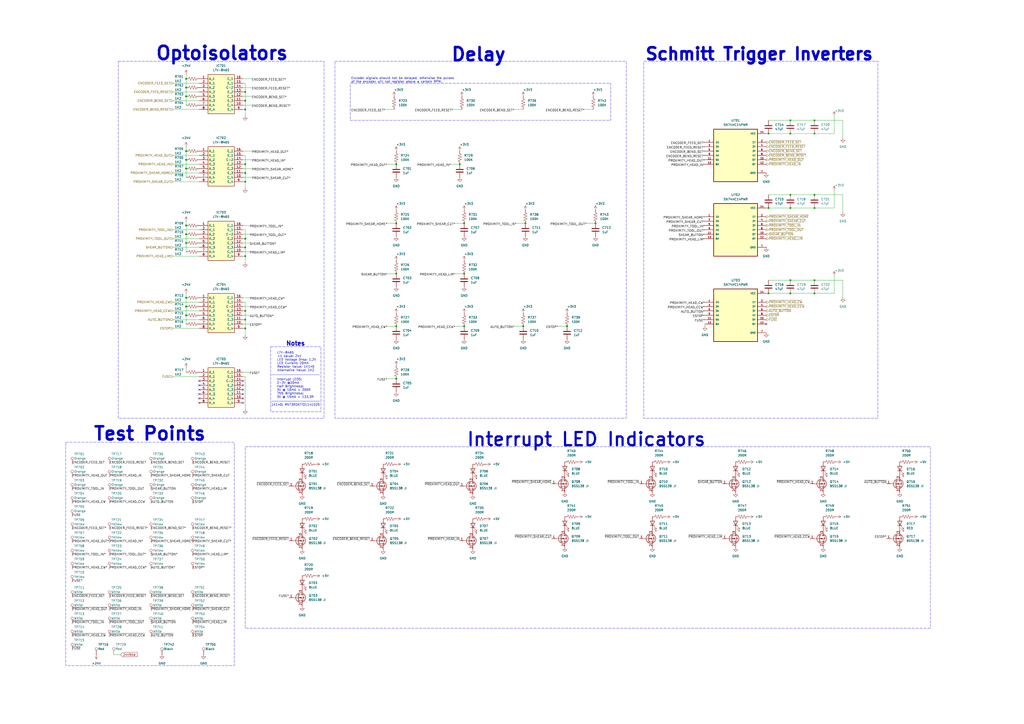
<source format=kicad_sch>
(kicad_sch (version 20250114) (generator "eeschema") (generator_version "9.0")
  (paper "A2")
  (title_block (title "MEP MAXI 85V-1 REV 2 Interface Board") (date "2025-05-31") (rev "X2") (company "McMillan Enterprises") (comment 1 "Firmware: John Gilcreast (johngilcreast@gmail.com)") (comment 2 "Hardware: Connor McMillan (connor@mcmillan.website)"))
  (rectangle (start 373.38 35.56) (end 509.27 242.57) (stroke (width 0) (type dash)))
  (polyline (pts (xy 548.1261 390.1083) (xy 547.3395 390.1083) (xy 547.2539 390.5363) (xy 547.9548 390.5363) (xy 547.921 390.7056) (xy 547.2201 390.7056) (xy 547.1305 391.1556) (xy 547.9448 391.1556) (xy 547.911 391.3288) (xy 546.8975 391.3288) (xy 547.1763 389.935) (xy 548.1599 389.935) (xy 548.1261 390.1083)) (stroke (width -0.0001) (type solid)) (fill (type outline)))
  (polyline (pts (xy 572.3579 388.958) (xy 571.5303 388.958) (xy 571.2929 387.9187) (xy 569.0346 387.9187) (xy 568.3867 388.958) (xy 567.4949 388.958) (xy 568.5958 387.2643) (xy 569.4452 387.2643) (xy 571.1389 387.2643) (xy 570.6834 385.2883) (xy 569.4452 387.2643) (xy 568.5958 387.2643) (xy 570.414 384.4672) (xy 571.2416 384.4672) (xy 572.3579 388.958)) (stroke (width -0.0001) (type solid)) (fill (type outline)))
  (polyline (pts (xy 550.5796 384.4061) (xy 550.7185 384.4153) (xy 550.8535 384.4305) (xy 550.9843 384.4517) (xy 551.1107 384.4789) (xy 551.2325 384.512) (xy 551.3494 384.5508) (xy 551.4611 384.5955) (xy 551.5676 384.6458) (xy 551.6685 384.7019) (xy 551.7636 384.7635) (xy 551.8526 384.8306) (xy 551.9354 384.9033) (xy 552.0116 384.9814) (xy 552.0811 385.0648) (xy 552.1436 385.1536) (xy 551.5406 385.6605) (xy 551.4932 385.5985) (xy 551.4425 385.5402) (xy 551.3885 385.4856) (xy 551.3602 385.4598) (xy 551.3311 385.4348) (xy 551.3012 385.4108) (xy 551.2704 385.3878) (xy 551.2388 385.3657) (xy 551.2064 385.3446) (xy 551.1731 385.3244) (xy 551.139 385.3053) (xy 551.104 385.2871) (xy 551.0682 385.2699) (xy 550.994 385.2385) (xy 550.9165 385.2112) (xy 550.8355 385.1879) (xy 550.7511 385.1687) (xy 550.6633 385.1538) (xy 550.5721 385.143) (xy 550.4774 385.1365) (xy 550.3793 385.1344) (xy 550.2729 385.1369) (xy 550.1691 385.1443) (xy 550.0679 385.1566) (xy 549.9694 385.1736) (xy 549.8736 385.1952) (xy 549.7806 385.2212) (xy 549.6904 385.2516) (xy 549.6031 385.2861) (xy 549.5188 385.3248) (xy 549.4374 385.3674) (xy 549.3591 385.4138) (xy 549.2839 385.4639) (xy 549.2119 385.5176) (xy 549.1431 385.5747) (xy 549.0775 385.6352) (xy 549.0152 385.6989) (xy 548.9563 385.7657) (xy 548.9008 385.8355) (xy 548.8488 385.908) (xy 548.8003 385.9833) (xy 548.7554 386.0612) (xy 548.7141 386.1415) (xy 548.6765 386.2241) (xy 548.6426 386.309) (xy 548.6125 386.396) (xy 548.5863 386.4849) (xy 548.5639 386.5756) (xy 548.5455 386.6681) (xy 548.5311 386.7622) (xy 548.5207 386.8577) (xy 548.5145 386.9545) (xy 548.5124 387.0526) (xy 548.5138 387.1216) (xy 548.5181 387.1892) (xy 548.5252 387.2551) (xy 548.5351 387.3195) (xy 548.5479 387.3822) (xy 548.5634 387.4432) (xy 548.5818 387.5025) (xy 548.6029 387.5601) (xy 548.6268 387.6158) (xy 548.6535 387.6696) (xy 548.6829 387.7215) (xy 548.715 387.7715) (xy 548.7499 387.8194) (xy 548.7875 387.8653) (xy 548.8278 387.9091) (xy 548.8708 387.9508) (xy 548.9165 387.9903) (xy 548.9649 388.0276) (xy 549.016 388.0626) (xy 549.0697 388.0953) (xy 549.126 388.1256) (xy 549.185 388.1536) (xy 549.2466 388.1791) (xy 549.3108 388.2021) (xy 549.3776 388.2225) (xy 549.447 388.2404) (xy 549.519 388.2556) (xy 549.5936 388.2682) (xy 549.6707 388.278) (xy 549.7504 388.2851) (xy 549.8327 388.2894) (xy 549.9174 388.2909) (xy 550.0105 388.2889) (xy 550.102 388.283) (xy 550.1919 388.2732) (xy 550.2802 388.2593) (xy 550.3668 388.2414) (xy 550.4516 388.2195) (xy 550.5347 388.1935) (xy 550.6159 388.1633) (xy 550.6953 388.1291) (xy 550.7727 388.0907) (xy 550.8481 388.0481) (xy 550.9215 388.0012) (xy 550.9929 387.9502) (xy 551.0621 387.8948) (xy 551.1292 387.8352) (xy 551.1941 387.7712) (xy 551.6816 388.2972) (xy 551.5974 388.3878) (xy 551.5083 388.4721) (xy 551.4147 388.55) (xy 551.3166 388.6216) (xy 551.2142 388.6871) (xy 551.1076 388.7465) (xy 550.9972 388.7999) (xy 550.8829 388.8474) (xy 550.7651 388.889) (xy 550.6438 388.9248) (xy 550.5192 388.9549) (xy 550.3915 388.9793) (xy 550.2609 388.9982) (xy 550.1276 389.0116) (xy 549.9916 389.0196) (xy 549.8532 389.0222) (xy 549.7267 389.0199) (xy 549.6035 389.0132) (xy 549.4837 389.0019) (xy 549.3672 388.9864) (xy 549.2541 388.9665) (xy 549.1445 388.9425) (xy 549.0384 388.9144) (xy 548.9359 388.8822) (xy 548.837 388.846) (xy 548.7418 388.806) (xy 548.6503 388.7622) (xy 548.5625 388.7147) (xy 548.4786 388.6635) (xy 548.3985 388.6088) (xy 548.3224 388.5505) (xy 548.2501 388.4889) (xy 548.1819 388.424) (xy 548.1178 388.3558) (xy 548.0577 388.2844) (xy 548.0018 388.2099) (xy 547.9501 388.1324) (xy 547.9026 388.052) (xy 547.8595 387.9688) (xy 547.8206 387.8827) (xy 547.7862 387.794) (xy 547.7562 387.7026) (xy 547.7306 387.6087) (xy 547.7096 387.5124) (xy 547.6932 387.4136) (xy 547.6814 387.3126) (xy 547.6743 387.2093) (xy 547.672 387.1039) (xy 547.6752 386.9624) (xy 547.6847 386.823) (xy 547.7005 386.686) (xy 547.7224 386.5513) (xy 547.7503 386.4193) (xy 547.7842 386.2901) (xy 547.8239 386.1637) (xy 547.8694 386.0405) (xy 547.9206 385.9204) (xy 547.9773 385.8038) (xy 548.0395 385.6906) (xy 548.107 385.5812) (xy 548.1799 385.4756) (xy 548.2579 385.3739) (xy 548.3409 385.2765) (xy 548.429 385.1833) (xy 548.5219 385.0946) (xy 548.6197 385.0105) (xy 548.7221 384.9311) (xy 548.8291 384.8567) (xy 548.9407 384.7873) (xy 549.0566 384.7232) (xy 549.1769 384.6644) (xy 549.3013 384.6112) (xy 549.4299 384.5637) (xy 549.5625 384.522) (xy 549.699 384.4863) (xy 549.8393 384.4567) (xy 549.9834 384.4334) (xy 550.1311 384.4166) (xy 550.2824 384.4064) (xy 550.4371 384.403) (xy 550.5796 384.4061)) (stroke (width -0.0001) (type solid)) (fill (type outline)))
  (polyline (pts (xy 561.3107 384.4672) (xy 562.1446 384.4672) (xy 561.3876 388.2524) (xy 563.7357 388.2524) (xy 563.5946 388.958) (xy 560.4124 388.958) (xy 561.3107 384.4672) (xy 561.3107 384.4672)) (stroke (width -0.0001) (type solid)) (fill (type outline)))
  (polyline (pts (xy 559.1179 389.9368) (xy 559.1738 389.942) (xy 559.2264 389.9505) (xy 559.2755 389.9624) (xy 559.2988 389.9696) (xy 559.3211 389.9776) (xy 559.3426 389.9863) (xy 559.3632 389.9959) (xy 559.3828 390.0063) (xy 559.4015 390.0174) (xy 559.4193 390.0294) (xy 559.4362 390.042) (xy 559.4521 390.0555) (xy 559.467 390.0697) (xy 559.481 390.0846) (xy 559.494 390.1003) (xy 559.506 390.1167) (xy 559.517 390.1338) (xy 559.527 390.1517) (xy 559.536 390.1702) (xy 559.544 390.1895) (xy 559.5509 390.2094) (xy 559.5568 390.23) (xy 559.5616 390.2514) (xy 559.5654 390.2733) (xy 559.5681 390.296) (xy 559.5698 390.3193) (xy 559.5703 390.3432) (xy 559.5696 390.3762) (xy 559.5674 390.4083) (xy 559.5638 390.4395) (xy 559.5588 390.4698) (xy 559.5523 390.4991) (xy 559.5445 390.5276) (xy 559.5354 390.5551) (xy 559.5248 390.5816) (xy 559.513 390.6072) (xy 559.4999 390.6318) (xy 559.4854 390.6555) (xy 559.4697 390.6781) (xy 559.4528 390.6998) (xy 559.4346 390.7204) (xy 559.4152 390.74) (xy 559.3946 390.7586) (xy 559.3729 390.7761) (xy 559.3499 390.7926) (xy 559.3258 390.808) (xy 559.3007 390.8224) (xy 559.2743 390.8356) (xy 559.247 390.8478) (xy 559.2185 390.8588) (xy 559.189 390.8688) (xy 559.1584 390.8776) (xy 559.1269 390.8852) (xy 559.0943 390.8917) (xy 559.0608 390.8971) (xy 559.0263 390.9013) (xy 558.9909 390.9043) (xy 558.9545 390.9061) (xy 558.9173 390.9067) (xy 558.5449 390.9067) (xy 558.4612 391.3288) (xy 558.2622 391.3288) (xy 558.3813 390.7334) (xy 558.5808 390.7334) (xy 558.9212 390.7334) (xy 558.9732 390.7319) (xy 559.0223 390.7275) (xy 559.0685 390.7201) (xy 559.1117 390.7097) (xy 559.1321 390.7034) (xy 559.1518 390.6964) (xy 559.1707 390.6887) (xy 559.1888 390.6802) (xy 559.2061 390.671) (xy 559.2225 390.6611) (xy 559.2382 390.6505) (xy 559.253 390.6391) (xy 559.267 390.627) (xy 559.2802 390.6143) (xy 559.2925 390.6008) (xy 559.304 390.5865) (xy 559.3145 390.5716) (xy 559.3242 390.556) (xy 559.3331 390.5397) (xy 559.341 390.5226) (xy 559.348 390.5049) (xy 559.3541 390.4864) (xy 559.3593 390.4673) (xy 559.3636 390.4474) (xy 559.3669 390.4269) (xy 559.3693 390.4057) (xy 559.3708 390.3837) (xy 559.3713 390.3611) (xy 559.3709 390.3457) (xy 559.3699 390.3307) (xy 559.3681 390.3162) (xy 559.3657 390.3022) (xy 559.3626 390.2887) (xy 559.3588 390.2757) (xy 559.3544 390.2631) (xy 559.3493 390.2511) (xy 559.3435 390.2395) (xy 559.3371 390.2284) (xy 559.33 390.2177) (xy 559.3223 390.2076) (xy 559.314 390.198) (xy 559.305 390.1888) (xy 559.2954 390.1802) (xy 559.2851 390.172) (xy 559.2743 390.1643) (xy 559.2628 390.1571) (xy 559.2507 390.1504) (xy 559.238 390.1442) (xy 559.2248 390.1385) (xy 559.2109 390.1332) (xy 559.1964 390.1285) (xy 559.1814 390.1243) (xy 559.1658 390.1205) (xy 559.1496 390.1173) (xy 559.1328 390.1145) (xy 559.1155 390.1123) (xy 559.0976 390.1105) (xy 559.0792 390.1093) (xy 559.0603 390.1085) (xy 559.0407 390.1083) (xy 558.7062 390.1083) (xy 558.5808 390.7334) (xy 558.3813 390.7334) (xy 558.5409 389.935) (xy 559.0586 389.935) (xy 559.1179 389.9368)) (stroke (width -0.0001) (type solid)) (fill (type outline)))
  (rectangle (start 142.24 259.08) (end 539.75 364.49) (stroke (width 0) (type dash)))
  (polyline (pts (xy 544.1165 387.2844) (xy 546.7247 383.9368) (xy 546.7304 383.9368) (xy 544.1165 387.2844)) (stroke (width -0.0001) (type solid)) (fill (type outline)))
  (rectangle (start 38.1 256.54) (end 135.89 386.08) (stroke (width 0) (type dash)))
  (polyline (pts (xy 569.4993 389.9196) (xy 569.5311 389.921) (xy 569.5625 389.9234) (xy 569.5936 389.9268) (xy 569.6242 389.9311) (xy 569.6544 389.9363) (xy 569.684 389.9424) (xy 569.7129 389.9495) (xy 569.7412 389.9574) (xy 569.7688 389.9662) (xy 569.7956 389.9758) (xy 569.8215 389.9863) (xy 569.8465 389.9976) (xy 569.8705 390.0098) (xy 569.8934 390.0228) (xy 569.9153 390.0366) (xy 569.8357 390.1998) (xy 569.8159 390.1864) (xy 569.7955 390.1739) (xy 569.7744 390.1622) (xy 569.7527 390.1513) (xy 569.7305 390.1413) (xy 569.7077 390.1322) (xy 569.6844 390.1239) (xy 569.6607 390.1165) (xy 569.6365 390.1099) (xy 569.6119 390.1042) (xy 569.5869 390.0994) (xy 569.5615 390.0954) (xy 569.5359 390.0923) (xy 569.5099 390.0901) (xy 569.4837 390.0888) (xy 569.4573 390.0884) (xy 569.4154 390.0895) (xy 569.3755 390.0928) (xy 569.3377 390.0983) (xy 569.3022 390.1059) (xy 569.269 390.1155) (xy 569.2383 390.127) (xy 569.21 390.1404) (xy 569.1843 390.1555) (xy 569.1613 390.1724) (xy 569.1508 390.1815) (xy 569.1411 390.191) (xy 569.132 390.2009) (xy 569.1237 390.2111) (xy 569.1161 390.2218) (xy 569.1093 390.2328) (xy 569.1032 390.2442) (xy 569.0979 390.2559) (xy 569.0934 390.268) (xy 569.0897 390.2804) (xy 569.0868 390.2931) (xy 569.0847 390.3062) (xy 569.0834 390.3196) (xy 569.083 390.3332) (xy 569.085 390.3594) (xy 569.091 390.3833) (xy 569.1007 390.405) (xy 569.1137 390.4247) (xy 569.1299 390.4426) (xy 569.149 390.4589) (xy 569.1706 390.4737) (xy 569.1947 390.4873) (xy 569.2208 390.4998) (xy 569.2488 390.5114) (xy 569.3092 390.5327) (xy 569.4404 390.5727) (xy 569.5071 390.5942) (xy 569.5717 390.6188) (xy 569.6025 390.6326) (xy 569.632 390.6478) (xy 569.66 390.6644) (xy 569.6861 390.6827) (xy 569.7102 390.7028) (xy 569.7319 390.725) (xy 569.7509 390.7494) (xy 569.7671 390.7761) (xy 569.7802 390.8055) (xy 569.7898 390.8375) (xy 569.7958 390.8726) (xy 569.7978 390.9107) (xy 569.7971 390.9358) (xy 569.795 390.9602) (xy 569.7915 390.984) (xy 569.7867 391.0071) (xy 569.7806 391.0295) (xy 569.7731 391.0513) (xy 569.7644 391.0724) (xy 569.7545 391.0928) (xy 569.7433 391.1124) (xy 569.7309 391.1314) (xy 569.7174 391.1496) (xy 569.7027 391.167) (xy 569.6869 391.1838) (xy 569.67 391.1997) (xy 569.6521 391.2149) (xy 569.6331 391.2293) (xy 569.613 391.2429) (xy 569.592 391.2557) (xy 569.5701 391.2677) (xy 569.5472 391.2788) (xy 569.5234 391.2892) (xy 569.4987 391.2987) (xy 569.4731 391.3073) (xy 569.4467 391.315) (xy 569.4195 391.3219) (xy 569.3915 391.3279) (xy 569.3627 391.333) (xy 569.3332 391.3372) (xy 569.303 391.3405) (xy 569.2721 391.3429) (xy 569.2406 391.3443) (xy 569.2084 391.3448) (xy 569.1686 391.3439) (xy 569.129 391.3414) (xy 569.0899 391.3374) (xy 569.0513 391.3318) (xy 569.0135 391.3248) (xy 568.9765 391.3164) (xy 568.9406 391.3068) (xy 568.9058 391.296) (xy 568.8723 391.2841) (xy 568.8403 391.2711) (xy 568.8098 391.2571) (xy 568.7811 391.2423) (xy 568.7543 391.2266) (xy 568.7296 391.2102) (xy 568.707 391.1932) (xy 568.6867 391.1755) (xy 568.7743 391.0162) (xy 568.7949 391.0341) (xy 568.817 391.0511) (xy 568.8404 391.0671) (xy 568.8651 391.0823) (xy 568.8911 391.0964) (xy 568.9181 391.1095) (xy 568.9461 391.1215) (xy 568.975 391.1325) (xy 569.0047 391.1422) (xy 569.035 391.1508) (xy 569.066 391.1582) (xy 569.0975 391.1643) (xy 569.1294 391.1692) (xy 569.1615 391.1727) (xy 569.1939 391.1748) (xy 569.2263 391.1755) (xy 569.2676 391.1745) (xy 569.3071 391.1715) (xy 569.3446 391.1666) (xy 569.3801 391.1598) (xy 569.4133 391.151) (xy 569.4443 391.1404) (xy 569.4728 391.128) (xy 569.4989 391.1138) (xy 569.5223 391.0978) (xy 569.5329 391.0891) (xy 569.5429 391.08) (xy 569.5522 391.0705) (xy 569.5607 391.0606) (xy 569.5685 391.0502) (xy 569.5755 391.0394) (xy 569.5817 391.0282) (xy 569.5872 391.0166) (xy 569.5919 391.0046) (xy 569.5957 390.9922) (xy 569.5987 390.9794) (xy 569.6009 390.9661) (xy 569.6022 390.9525) (xy 569.6027 390.9385) (xy 569.6006 390.9125) (xy 569.5946 390.8889) (xy 569.585 390.8675) (xy 569.5719 390.8481) (xy 569.5558 390.8306) (xy 569.5367 390.8146) (xy 569.515 390.8001) (xy 569.491 390.7868) (xy 569.4648 390.7747) (xy 569.4369 390.7633) (xy 569.3765 390.7425) (xy 569.2453 390.7031) (xy 569.1786 390.6814) (xy 569.114 390.6564) (xy 569.0832 390.6421) (xy 569.0537 390.6265) (xy 569.0257 390.6092) (xy 568.9996 390.5902) (xy 568.9755 390.5692) (xy 568.9539 390.5461) (xy 568.9348 390.5206) (xy 568.9186 390.4925) (xy 568.9056 390.4617) (xy 568.8959 390.428) (xy 568.8899 390.3912) (xy 568.8879 390.3511) (xy 568.8886 390.3264) (xy 568.8907 390.3023) (xy 568.8941 390.2788) (xy 568.8988 390.256) (xy 568.9049 390.2337) (xy 568.9122 390.2122) (xy 568.9207 390.1913) (xy 568.9305 390.1711) (xy 568.9415 390.1515) (xy 568.9537 390.1327) (xy 568.967 390.1146) (xy 568.9814 390.0972) (xy 568.997 390.0805) (xy 569.0136 390.0646) (xy 569.0312 390.0494) (xy 569.0499 390.035) (xy 569.0696 390.0214) (xy 569.0902 390.0086) (xy 569.1118 389.9966) (xy 569.1343 389.9854) (xy 569.1577 389.9751) (xy 569.182 389.9655) (xy 569.2072 389.9569) (xy 569.2331 389.9491) (xy 569.2599 389.9421) (xy 569.2874 389.9361) (xy 569.3157 389.9309) (xy 569.3446 389.9267) (xy 569.3743 389.9234) (xy 569.4047 389.921) (xy 569.4357 389.9195) (xy 569.4673 389.9191) (xy 569.4993 389.9196)) (stroke (width -0.0001) (type solid)) (fill (type outline)))
  (polyline (pts (xy 549.9375 379.451) (xy 551.7902 378.1062) (xy 550.4453 379.9589) (xy 552.7064 380.318) (xy 550.4453 380.6771) (xy 551.7902 382.5299) (xy 549.9375 381.185) (xy 549.5784 383.446) (xy 549.2193 381.185) (xy 547.3665 382.5299) (xy 548.7114 380.6771) (xy 546.4504 380.318) (xy 548.7114 379.9589) (xy 547.3665 378.1062) (xy 549.2193 379.451) (xy 549.5784 377.19) (xy 549.9375 379.451)) (stroke (width -0.0001) (type solid)) (fill (type outline)))
  (polyline (pts (xy 555.0046 387.4568) (xy 557.3335 384.4672) (xy 558.052 384.4672) (xy 557.1539 388.958) (xy 556.3648 388.958) (xy 556.9485 386.0133) (xy 555.0303 388.4448) (xy 554.6582 388.4448) (xy 553.6317 385.9556) (xy 553.035 388.958) (xy 552.2395 388.958) (xy 553.1377 384.4672) (xy 553.8178 384.4672) (xy 555.0046 387.4568)) (stroke (width -0.0001) (type solid)) (fill (type outline)))
  (rectangle (start 68.58 35.56) (end 187.96 242.57) (stroke (width 0) (type dash)))
  (polyline (pts (xy 550.1896 391.0082) (xy 550.4026 389.935) (xy 550.6017 389.935) (xy 550.323 391.3288) (xy 550.1597 391.3288) (xy 549.5364 390.2556) (xy 549.3233 391.3288) (xy 549.1243 391.3288) (xy 549.403 389.935) (xy 549.5663 389.935) (xy 550.1896 391.0082)) (stroke (width -0.0001) (type solid)) (fill (type outline)))
  (polyline (pts (xy 546.5235 388.9658) (xy 545.6399 388.9658) (xy 546.1264 386.511) (xy 547.3182 384.9924) (xy 546.5235 388.9658)) (stroke (width -0.0001) (type solid)) (fill (type outline)))
  (polyline (pts (xy 563.112 391.3288) (xy 562.9128 391.3288) (xy 563.1916 389.935) (xy 563.3907 389.935) (xy 563.112 391.3288)) (stroke (width -0.0001) (type solid)) (fill (type outline)))
  (polyline (pts (xy 567.7801 390.1083) (xy 566.9936 390.1083) (xy 566.908 390.5363) (xy 567.6089 390.5363) (xy 567.575 390.7056) (xy 566.8741 390.7056) (xy 566.7845 391.1556) (xy 567.5989 391.1556) (xy 567.5651 391.3288) (xy 566.5516 391.3288) (xy 566.8303 389.935) (xy 567.814 389.935) (xy 567.7801 390.1083)) (stroke (width -0.0001) (type solid)) (fill (type outline)))
  (rectangle (start 194.31 35.56) (end 363.22 242.57) (stroke (width 0) (type dash)))
  (polyline (pts (xy 559.2643 384.4672) (xy 560.0983 384.4672) (xy 559.2001 388.958) (xy 558.366 388.958) (xy 559.2643 384.4672) (xy 559.2643 384.4672)) (stroke (width -0.0001) (type solid)) (fill (type outline)))
  (polyline (pts (xy 544.1165 387.2844) (xy 546.7247 383.9368) (xy 546.7304 383.9368) (xy 544.1165 387.2844)) (stroke (width -0.0001) (type solid)) (fill (type outline)))
  (polyline (pts (xy 565.1534 384.4672) (xy 565.9874 384.4672) (xy 565.2304 388.2524) (xy 567.5785 388.2524) (xy 567.4373 388.958) (xy 564.2552 388.958) (xy 565.1534 384.4672) (xy 565.1534 384.4672)) (stroke (width -0.0001) (type solid)) (fill (type outline)))
  (polyline (pts (xy 549.0009 382.2035) (xy 544.1452 388.3909) (xy 543.7286 388.3909) (xy 542.5793 385.6036) (xy 541.9111 388.9658) (xy 541.02 388.9658) (xy 542.0261 383.9368) (xy 542.7876 383.9368) (xy 543.9462 386.8559) (xy 544.1165 387.2844) (xy 546.7304 383.9368) (xy 547.5979 382.8257) (xy 548.9445 381.8482) (xy 549.0009 382.2035)) (stroke (width -0.0001) (type solid)) (fill (type outline)))
  (polyline (pts (xy 576.3673 387.6108) (xy 576.9896 384.4672) (xy 577.8172 384.4672) (xy 576.9191 388.958) (xy 576.2326 388.958) (xy 574.3913 385.8144) (xy 573.7626 388.958) (xy 572.935 388.958) (xy 573.8332 384.4672) (xy 574.5196 384.4672) (xy 576.3673 387.6108)) (stroke (width -0.0001) (type solid)) (fill (type outline)))
  (polyline (pts (xy 552.8285 390.1083) (xy 552.3526 390.1083) (xy 552.1077 391.3288) (xy 551.9106 391.3288) (xy 552.1535 390.1083) (xy 551.6776 390.1083) (xy 551.7115 389.935) (xy 552.8644 389.935) (xy 552.8285 390.1083)) (stroke (width -0.0001) (type solid)) (fill (type outline)))
  (polyline (pts (xy 561.4306 389.9368) (xy 561.4868 389.942) (xy 561.5397 389.9505) (xy 561.589 389.9624) (xy 561.6124 389.9696) (xy 561.6349 389.9776) (xy 561.6564 389.9863) (xy 561.6771 389.9959) (xy 561.6968 390.0063) (xy 561.7156 390.0174) (xy 561.7334 390.0294) (xy 561.7503 390.042) (xy 561.7663 390.0555) (xy 561.7813 390.0697) (xy 561.7953 390.0846) (xy 561.8083 390.1003) (xy 561.8203 390.1167) (xy 561.8314 390.1338) (xy 561.8414 390.1517) (xy 561.8504 390.1702) (xy 561.8584 390.1895) (xy 561.8653 390.2094) (xy 561.8712 390.23) (xy 561.8761 390.2514) (xy 561.8799 390.2733) (xy 561.8826 390.296) (xy 561.8842 390.3193) (xy 561.8848 390.3432) (xy 561.8829 390.3941) (xy 561.8807 390.4187) (xy 561.8776 390.4427) (xy 561.8736 390.4663) (xy 561.8687 390.4892) (xy 561.863 390.5117) (xy 561.8564 390.5335) (xy 561.849 390.5548) (xy 561.8407 390.5755) (xy 561.8316 390.5956) (xy 561.8217 390.6152) (xy 561.811 390.6342) (xy 561.7996 390.6525) (xy 561.7873 390.6703) (xy 561.7742 390.6874) (xy 561.7604 390.704) (xy 561.7458 390.7199) (xy 561.7305 390.7352) (xy 561.7144 390.7499) (xy 561.6976 390.7639) (xy 561.68 390.7773) (xy 561.6618 390.79) (xy 561.6428 390.8021) (xy 561.6028 390.8244) (xy 561.56 390.8439) (xy 561.5146 390.8607) (xy 561.4666 390.8748) (xy 561.7214 391.3288) (xy 561.5104 391.3288) (xy 561.2675 390.9027) (xy 560.8573 390.9027) (xy 560.7737 391.3288) (xy 560.5726 391.3288) (xy 560.6917 390.7334) (xy 560.8912 390.7334) (xy 561.2356 390.7334) (xy 561.2876 390.7319) (xy 561.3367 390.7275) (xy 561.3829 390.7201) (xy 561.4261 390.7097) (xy 561.4465 390.7034) (xy 561.4662 390.6964) (xy 561.485 390.6887) (xy 561.5031 390.6802) (xy 561.5204 390.671) (xy 561.5369 390.6611) (xy 561.5526 390.6505) (xy 561.5674 390.6391) (xy 561.5814 390.627) (xy 561.5946 390.6143) (xy 561.6069 390.6008) (xy 561.6183 390.5865) (xy 561.6289 390.5716) (xy 561.6386 390.556) (xy 561.6474 390.5397) (xy 561.6553 390.5226) (xy 561.6624 390.5049) (xy 561.6685 390.4864) (xy 561.6737 390.4673) (xy 561.678 390.4474) (xy 561.6813 390.4269) (xy 561.6837 390.4057) (xy 561.6851 390.3837) (xy 561.6856 390.3611) (xy 561.6853 390.3457) (xy 561.6842 390.3307) (xy 561.6825 390.3162) (xy 561.6801 390.3022) (xy 561.677 390.2887) (xy 561.6732 390.2757) (xy 561.6687 390.2631) (xy 561.6636 390.2511) (xy 561.6578 390.2395) (xy 561.6514 390.2284) (xy 561.6443 390.2177) (xy 561.6366 390.2076) (xy 561.6282 390.198) (xy 561.6192 390.1888) (xy 561.6095 390.1802) (xy 561.5993 390.172) (xy 561.5884 390.1643) (xy 561.5768 390.1571) (xy 561.5647 390.1504) (xy 561.5519 390.1442) (xy 561.5386 390.1385) (xy 561.5246 390.1332) (xy 561.5101 390.1285) (xy 561.4949 390.1243) (xy 561.4792 390.1205) (xy 561.4629 390.1173) (xy 561.446 390.1145) (xy 561.4285 390.1123) (xy 561.4105 390.1105) (xy 561.3919 390.1093) (xy 561.3728 390.1085) (xy 561.3531 390.1083) (xy 561.0166 390.1083) (xy 560.8912 390.7334) (xy 560.6917 390.7334) (xy 560.8513 389.935) (xy 561.371 389.935) (xy 561.4306 389.9368)) (stroke (width -0.0001) (type solid)) (fill (type outline)))
  (rectangle (start 203.2 48.26) (end 354.33 69.85) (stroke (width 0) (type dash)))
  (polyline (pts (xy 554.9237 390.1083) (xy 554.1372 390.1083) (xy 554.0516 390.5363) (xy 554.7525 390.5363) (xy 554.7186 390.7056) (xy 554.0177 390.7056) (xy 553.9281 391.1556) (xy 554.7425 391.1556) (xy 554.7087 391.3288) (xy 553.6952 391.3288) (xy 553.9739 389.935) (xy 554.9576 389.935) (xy 554.9237 390.1083)) (stroke (width -0.0001) (type solid)) (fill (type outline)))
  (polyline (pts (xy 565.1435 389.9196) (xy 565.1752 389.921) (xy 565.2067 389.9234) (xy 565.2377 389.9268) (xy 565.2684 389.9311) (xy 565.2985 389.9363) (xy 565.3281 389.9424) (xy 565.3571 389.9495) (xy 565.3854 389.9574) (xy 565.413 389.9662) (xy 565.4397 389.9758) (xy 565.4656 389.9863) (xy 565.4906 389.9976) (xy 565.5146 390.0098) (xy 565.5376 390.0228) (xy 565.5594 390.0366) (xy 565.4798 390.1998) (xy 565.46 390.1864) (xy 565.4396 390.1739) (xy 565.4185 390.1622) (xy 565.3969 390.1513) (xy 565.3746 390.1413) (xy 565.3519 390.1322) (xy 565.3286 390.1239) (xy 565.3048 390.1165) (xy 565.2806 390.1099) (xy 565.256 390.1042) (xy 565.231 390.0994) (xy 565.2057 390.0954) (xy 565.18 390.0923) (xy 565.1541 390.0901) (xy 565.1279 390.0888) (xy 565.1015 390.0884) (xy 565.0595 390.0895) (xy 565.0196 390.0928) (xy 564.9819 390.0983) (xy 564.9464 390.1059) (xy 564.9132 390.1155) (xy 564.8824 390.127) (xy 564.8541 390.1404) (xy 564.8284 390.1555) (xy 564.8054 390.1724) (xy 564.795 390.1815) (xy 564.7852 390.191) (xy 564.7762 390.2009) (xy 564.7678 390.2111) (xy 564.7603 390.2218) (xy 564.7534 390.2328) (xy 564.7474 390.2442) (xy 564.7421 390.2559) (xy 564.7375 390.268) (xy 564.7338 390.2804) (xy 564.7309 390.2931) (xy 564.7288 390.3062) (xy 564.7276 390.3196) (xy 564.7271 390.3332) (xy 564.7292 390.3594) (xy 564.7352 390.3833) (xy 564.7448 390.405) (xy 564.7579 390.4247) (xy 564.774 390.4426) (xy 564.7931 390.4589) (xy 564.8148 390.4737) (xy 564.8388 390.4873) (xy 564.865 390.4998) (xy 564.8929 390.5114) (xy 564.9533 390.5327) (xy 565.0846 390.5727) (xy 565.1512 390.5942) (xy 565.2158 390.6188) (xy 565.2466 390.6326) (xy 565.2762 390.6478) (xy 565.3041 390.6644) (xy 565.3303 390.6827) (xy 565.3543 390.7028) (xy 565.376 390.725) (xy 565.3951 390.7494) (xy 565.4113 390.7761) (xy 565.4243 390.8055) (xy 565.4339 390.8375) (xy 565.4399 390.8726) (xy 565.442 390.9107) (xy 565.4413 390.9358) (xy 565.4392 390.9602) (xy 565.4357 390.984) (xy 565.4309 391.0071) (xy 565.4247 391.0295) (xy 565.4173 391.0513) (xy 565.4086 391.0724) (xy 565.3986 391.0928) (xy 565.3874 391.1124) (xy 565.3751 391.1314) (xy 565.3615 391.1496) (xy 565.3468 391.167) (xy 565.331 391.1838) (xy 565.3142 391.1997) (xy 565.2962 391.2149) (xy 565.2772 391.2293) (xy 565.2572 391.2429) (xy 565.2362 391.2557) (xy 565.2142 391.2677) (xy 565.1913 391.2788) (xy 565.1675 391.2892) (xy 565.1428 391.2987) (xy 565.1172 391.3073) (xy 565.0908 391.315) (xy 565.0636 391.3219) (xy 565.0356 391.3279) (xy 565.0069 391.333) (xy 564.9774 391.3372) (xy 564.9472 391.3405) (xy 564.9163 391.3429) (xy 564.8847 391.3443) (xy 564.8526 391.3448) (xy 564.8127 391.3439) (xy 564.7731 391.3414) (xy 564.734 391.3374) (xy 564.6955 391.3318) (xy 564.6576 391.3248) (xy 564.6207 391.3164) (xy 564.5847 391.3068) (xy 564.5499 391.296) (xy 564.5164 391.2841) (xy 564.4844 391.2711) (xy 564.454 391.2571) (xy 564.4253 391.2423) (xy 564.3985 391.2266) (xy 564.3737 391.2102) (xy 564.3511 391.1932) (xy 564.3309 391.1755) (xy 564.4185 391.0162) (xy 564.439 391.0341) (xy 564.4611 391.0511) (xy 564.4846 391.0671) (xy 564.5093 391.0823) (xy 564.5352 391.0964) (xy 564.5622 391.1095) (xy 564.5902 391.1215) (xy 564.6191 391.1325) (xy 564.6488 391.1422) (xy 564.6792 391.1508) (xy 564.7102 391.1582) (xy 564.7416 391.1643) (xy 564.7735 391.1692) (xy 564.8057 391.1727) (xy 564.838 391.1748) (xy 564.8705 391.1755) (xy 564.9118 391.1745) (xy 564.9512 391.1715) (xy 564.9888 391.1666) (xy 565.0242 391.1598) (xy 565.0575 391.151) (xy 565.0884 391.1404) (xy 565.117 391.128) (xy 565.143 391.1138) (xy 565.1664 391.0978) (xy 565.1771 391.0891) (xy 565.1871 391.08) (xy 565.1963 391.0705) (xy 565.2048 391.0606) (xy 565.2126 391.0502) (xy 565.2196 391.0394) (xy 565.2259 391.0282) (xy 565.2313 391.0166) (xy 565.236 391.0046) (xy 565.2399 390.9922) (xy 565.2429 390.9794) (xy 565.245 390.9661) (xy 565.2464 390.9525) (xy 565.2468 390.9385) (xy 565.2447 390.9125) (xy 565.2388 390.8889) (xy 565.2291 390.8675) (xy 565.2161 390.8481) (xy 565.1999 390.8306) (xy 565.1808 390.8146) (xy 565.1592 390.8001) (xy 565.1351 390.7868) (xy 565.109 390.7747) (xy 565.081 390.7633) (xy 565.0206 390.7425) (xy 564.8894 390.7031) (xy 564.8228 390.6814) (xy 564.7582 390.6564) (xy 564.7273 390.6421) (xy 564.6978 390.6265) (xy 564.6698 390.6092) (xy 564.6437 390.5902) (xy 564.6197 390.5692) (xy 564.598 390.5461) (xy 564.5789 390.5206) (xy 564.5627 390.4925) (xy 564.5497 390.4617) (xy 564.5401 390.428) (xy 564.5341 390.3912) (xy 564.532 390.3511) (xy 564.5327 390.3264) (xy 564.5348 390.3023) (xy 564.5382 390.2788) (xy 564.543 390.256) (xy 564.549 390.2337) (xy 564.5563 390.2122) (xy 564.5649 390.1913) (xy 564.5747 390.1711) (xy 564.5857 390.1515) (xy 564.5978 390.1327) (xy 564.6111 390.1146) (xy 564.6256 390.0972) (xy 564.6411 390.0805) (xy 564.6577 390.0646) (xy 564.6754 390.0494) (xy 564.694 390.035) (xy 564.7137 390.0214) (xy 564.7344 390.0086) (xy 564.756 389.9966) (xy 564.7785 389.9854) (xy 564.8019 389.9751) (xy 564.8262 389.9655) (xy 564.8513 389.9569) (xy 564.8773 389.9491) (xy 564.904 389.9421) (xy 564.9315 389.9361) (xy 564.9598 389.9309) (xy 564.9888 389.9267) (xy 565.0185 389.9234) (xy 565.0488 389.921) (xy 565.0798 389.9195) (xy 565.1115 389.9191) (xy 565.1435 389.9196)) (stroke (width -0.0001) (type solid)) (fill (type outline)))
  (rectangle (start 156.972 201.168) (end 186.182 238.76) (stroke (width 0) (type dash)))
  (polyline (pts (xy 556.7799 389.9368) (xy 556.8362 389.942) (xy 556.889 389.9505) (xy 556.9384 389.9624) (xy 556.9617 389.9696) (xy 556.9842 389.9776) (xy 557.0058 389.9863) (xy 557.0264 389.9959) (xy 557.0461 390.0063) (xy 557.0649 390.0174) (xy 557.0828 390.0294) (xy 557.0997 390.042) (xy 557.1156 390.0555) (xy 557.1306 390.0697) (xy 557.1446 390.0846) (xy 557.1577 390.1003) (xy 557.1697 390.1167) (xy 557.1807 390.1338) (xy 557.1907 390.1517) (xy 557.1998 390.1702) (xy 557.2077 390.1895) (xy 557.2147 390.2094) (xy 557.2206 390.23) (xy 557.2254 390.2514) (xy 557.2292 390.2733) (xy 557.2319 390.296) (xy 557.2336 390.3193) (xy 557.2341 390.3432) (xy 557.2323 390.3941) (xy 557.23 390.4187) (xy 557.2269 390.4427) (xy 557.2229 390.4663) (xy 557.218 390.4892) (xy 557.2123 390.5117) (xy 557.2057 390.5335) (xy 557.1983 390.5548) (xy 557.1901 390.5755) (xy 557.181 390.5956) (xy 557.1711 390.6152) (xy 557.1604 390.6342) (xy 557.1489 390.6525) (xy 557.1366 390.6703) (xy 557.1236 390.6874) (xy 557.1098 390.704) (xy 557.0952 390.7199) (xy 557.0798 390.7352) (xy 557.0637 390.7499) (xy 557.0469 390.7639) (xy 557.0294 390.7773) (xy 557.0111 390.79) (xy 556.9921 390.8021) (xy 556.9521 390.8244) (xy 556.9094 390.8439) (xy 556.8639 390.8607) (xy 556.8159 390.8748) (xy 557.0708 391.3288) (xy 556.8598 391.3288) (xy 556.6169 390.9027) (xy 556.2066 390.9027) (xy 556.123 391.3288) (xy 555.9219 391.3288) (xy 556.041 390.7334) (xy 556.2405 390.7334) (xy 556.585 390.7334) (xy 556.637 390.7319) (xy 556.6861 390.7275) (xy 556.7322 390.7201) (xy 556.7754 390.7097) (xy 556.7959 390.7034) (xy 556.8155 390.6964) (xy 556.8344 390.6887) (xy 556.8525 390.6802) (xy 556.8698 390.671) (xy 556.8863 390.6611) (xy 556.9019 390.6505) (xy 556.9168 390.6391) (xy 556.9308 390.627) (xy 556.9439 390.6143) (xy 556.9562 390.6008) (xy 556.9677 390.5865) (xy 556.9782 390.5716) (xy 556.988 390.556) (xy 556.9968 390.5397) (xy 557.0047 390.5226) (xy 557.0117 390.5049) (xy 557.0178 390.4864) (xy 557.023 390.4673) (xy 557.0273 390.4474) (xy 557.0307 390.4269) (xy 557.033 390.4057) (xy 557.0345 390.3837) (xy 557.035 390.3611) (xy 557.0346 390.3457) (xy 557.0336 390.3307) (xy 557.0318 390.3162) (xy 557.0294 390.3022) (xy 557.0263 390.2887) (xy 557.0225 390.2757) (xy 557.0181 390.2631) (xy 557.013 390.2511) (xy 557.0072 390.2395) (xy 557.0008 390.2284) (xy 556.9937 390.2177) (xy 556.9859 390.2076) (xy 556.9776 390.198) (xy 556.9685 390.1888) (xy 556.9589 390.1802) (xy 556.9486 390.172) (xy 556.9377 390.1643) (xy 556.9262 390.1571) (xy 556.914 390.1504) (xy 556.9013 390.1442) (xy 556.8879 390.1385) (xy 556.874 390.1332) (xy 556.8594 390.1285) (xy 556.8443 390.1243) (xy 556.8286 390.1205) (xy 556.8122 390.1173) (xy 556.7954 390.1145) (xy 556.7779 390.1123) (xy 556.7599 390.1105) (xy 556.7413 390.1093) (xy 556.7221 390.1085) (xy 556.7024 390.1083) (xy 556.3659 390.1083) (xy 556.2405 390.7334) (xy 556.041 390.7334) (xy 556.2007 389.935) (xy 556.7203 389.935) (xy 556.7799 389.9368)) (stroke (width -0.0001) (type solid)) (fill (type outline)))
  (text "Test Points" (at 86.868 251.714 0) (effects (font (size 7.62 7.62) (thickness 1.524) (bold yes))))
  (text "Notes" (at 171.45 199.39 0) (effects (font (size 2.54 2.54) (thickness 0.508) (bold yes))))
  (text "Interrupt LEDS:\n2-3V @20mA\nHalf Brightness:\n3V @ 10mA = 200R\n75% Brightness:\n3V @ 15mA = 133.3R" (at 160.528 225.298 0) (effects (font (size 1.27 1.27)) (justify left)))
  (text "Interrupt LED Indicators" (at 340.106 255.016 0) (effects (font (size 7.62 7.62) (thickness 1.27) (bold yes))))
  (text "Schmitt Trigger Inverters" (at 440.436 31.496 0) (effects (font (size 6.985 6.985) (thickness 1.524) (bold yes))))
  (text "Optoisolators" (at 128.778 30.988 0) (effects (font (size 7.62 7.62) (thickness 1.524) (bold yes))))
  (text "LTV-846S\n+V Value: 24V\nLED Voltage Drop: 1.2V\nLED Current: 20mA\nResistor Value: 1K140\nAlternative Value: 1K2" (at 160.782 209.804 0) (effects (font (size 1.27 1.27)) (justify left)))
  (text "Delay" (at 277.622 31.75 0) (effects (font (size 7.62 7.62) (thickness 1.524) (bold yes))))
  (text "1K140: RN73R2ATTD1141D25" (at 171.45 234.95 0) (effects (font (size 1.27 1.27))))
  (text "Encoder signals should not be delayed, otherwise the pulses\nof the encoder will not register above a certain RPM." (at 203.708 46.482 0) (effects (font (size 1.27 1.27)) (justify left)))
  (junction (at 142.24 138.43))
  (junction (at 445.77 120.65))
  (junction (at 142.24 63.5))
  (junction (at 142.24 180.34))
  (junction (at 445.77 77.47))
  (junction (at 472.44 120.65))
  (junction (at 229.87 189.23))
  (junction (at 142.24 148.59))
  (junction (at 472.44 162.56))
  (junction (at 142.24 143.51))
  (junction (at 107.95 55.88))
  (junction (at 472.44 69.85))
  (junction (at 269.24 158.75))
  (junction (at 458.47 69.85))
  (junction (at 107.95 177.8))
  (junction (at 303.53 189.23))
  (junction (at 107.95 135.89))
  (junction (at 472.44 170.18))
  (junction (at 458.47 170.18))
  (junction (at 345.44 129.54))
  (junction (at 458.47 162.56))
  (junction (at 107.95 45.72))
  (junction (at 107.95 172.72))
  (junction (at 107.95 92.71))
  (junction (at 269.24 129.54))
  (junction (at 229.87 158.75))
  (junction (at 107.95 182.88))
  (junction (at 458.47 113.03))
  (junction (at 142.24 105.41))
  (junction (at 229.87 219.71))
  (junction (at 304.8 129.54))
  (junction (at 142.24 185.42))
  (junction (at 269.24 189.23))
  (junction (at 458.47 77.47))
  (junction (at 107.95 140.97))
  (junction (at 266.7 95.25))
  (junction (at 142.24 95.25))
  (junction (at 472.44 77.47))
  (junction (at 445.77 170.18))
  (junction (at 458.47 120.65))
  (junction (at 107.95 130.81))
  (junction (at 229.87 95.25))
  (junction (at 229.87 129.54))
  (junction (at 328.93 189.23))
  (junction (at 142.24 58.42))
  (junction (at 142.24 53.34))
  (junction (at 142.24 190.5))
  (junction (at 472.44 113.03))
  (junction (at 107.95 97.79))
  (junction (at 107.95 87.63))
  (junction (at 142.24 100.33))
  (junction (at 107.95 50.8))
  (no_connect (at 115.57 231.14))
  (no_connect (at 140.97 228.6))
  (no_connect (at 140.97 231.14))
  (no_connect (at 115.57 228.6))
  (no_connect (at 140.97 233.68))
  (no_connect (at 140.97 220.98))
  (no_connect (at 115.57 220.98))
  (no_connect (at 115.57 233.68))
  (no_connect (at 444.5 187.96))
  (no_connect (at 115.57 223.52))
  (no_connect (at 115.57 226.06))
  (no_connect (at 140.97 226.06))
  (no_connect (at 140.97 223.52))
  (wire (pts (xy 224.79 158.75) (xy 229.87 158.75)))
  (wire (pts (xy 472.44 120.65) (xy 458.47 120.65)))
  (wire (pts (xy 142.24 48.26) (xy 142.24 53.34)))
  (wire (pts (xy 107.95 50.8) (xy 107.95 55.88)))
  (wire (pts (xy 483.87 120.65) (xy 472.44 120.65)))
  (wire (pts (xy 445.77 69.85) (xy 458.47 69.85)))
  (wire (pts (xy 140.97 215.9) (xy 144.78 215.9)))
  (wire (pts (xy 140.97 45.72) (xy 146.05 45.72)))
  (wire (pts (xy 299.72 129.54) (xy 304.8 129.54)))
  (wire (pts (xy 458.47 113.03) (xy 472.44 113.03)))
  (wire (pts (xy 445.77 162.56) (xy 458.47 162.56)))
  (wire (pts (xy 340.36 129.54) (xy 345.44 129.54)))
  (wire (pts (xy 144.78 135.89) (xy 140.97 135.89)))
  (wire (pts (xy 142.24 58.42) (xy 142.24 63.5)))
  (wire (pts (xy 140.97 218.44) (xy 142.24 218.44)))
  (wire (pts (xy 107.95 45.72) (xy 107.95 50.8)))
  (wire (pts (xy 264.16 158.75) (xy 269.24 158.75)))
  (wire (pts (xy 488.95 162.56) (xy 488.95 172.72)))
  (wire (pts (xy 140.97 146.05) (xy 144.78 146.05)))
  (wire (pts (xy 140.97 190.5) (xy 142.24 190.5)))
  (wire (pts (xy 100.33 133.35) (xy 115.57 133.35)))
  (wire (pts (xy 458.47 170.18) (xy 445.77 170.18)))
  (wire (pts (xy 142.24 95.25) (xy 142.24 100.33)))
  (wire (pts (xy 144.78 172.72) (xy 140.97 172.72)))
  (wire (pts (xy 142.24 53.34) (xy 142.24 58.42)))
  (wire (pts (xy 458.47 77.47) (xy 445.77 77.47)))
  (polyline (pts (xy 157.48 232.664) (xy 185.42 232.664)))
  (wire (pts (xy 458.47 120.65) (xy 445.77 120.65)))
  (wire (pts (xy 264.16 129.54) (xy 269.24 129.54)))
  (wire (pts (xy 445.77 113.03) (xy 458.47 113.03)))
  (wire (pts (xy 107.95 182.88) (xy 107.95 187.96)))
  (wire (pts (xy 107.95 213.36) (xy 107.95 215.9)))
  (wire (pts (xy 100.33 58.42) (xy 115.57 58.42)))
  (wire (pts (xy 107.95 130.81) (xy 107.95 135.89)))
  (wire (pts (xy 445.77 170.18) (xy 444.5 170.18)))
  (wire (pts (xy 142.24 138.43) (xy 142.24 143.51)))
  (wire (pts (xy 100.33 48.26) (xy 115.57 48.26)))
  (wire (pts (xy 472.44 77.47) (xy 458.47 77.47)))
  (wire (pts (xy 140.97 185.42) (xy 142.24 185.42)))
  (wire (pts (xy 100.33 148.59) (xy 115.57 148.59)))
  (wire (pts (xy 472.44 170.18) (xy 458.47 170.18)))
  (wire (pts (xy 100.33 63.5) (xy 115.57 63.5)))
  (wire (pts (xy 445.77 77.47) (xy 444.5 77.47)))
  (wire (pts (xy 483.87 170.18) (xy 472.44 170.18)))
  (wire (pts (xy 140.97 60.96) (xy 146.05 60.96)))
  (wire (pts (xy 140.97 138.43) (xy 142.24 138.43)))
  (wire (pts (xy 142.24 180.34) (xy 142.24 185.42)))
  (wire (pts (xy 224.79 189.23) (xy 229.87 189.23)))
  (wire (pts (xy 142.24 218.44) (xy 142.24 237.49)))
  (wire (pts (xy 142.24 63.5) (xy 142.24 67.31)))
  (wire (pts (xy 408.94 189.23) (xy 408.94 187.96)))
  (wire (pts (xy 100.33 190.5) (xy 115.57 190.5)))
  (wire (pts (xy 140.97 175.26) (xy 142.24 175.26)))
  (wire (pts (xy 223.52 63.5) (xy 228.6 63.5)))
  (wire (pts (xy 142.24 90.17) (xy 142.24 95.25)))
  (wire (pts (xy 140.97 95.25) (xy 142.24 95.25)))
  (wire (pts (xy 140.97 97.79) (xy 146.05 97.79)))
  (wire (pts (xy 140.97 105.41) (xy 142.24 105.41)))
  (wire (pts (xy 142.24 143.51) (xy 142.24 148.59)))
  (wire (pts (xy 107.95 85.09) (xy 107.95 87.63)))
  (wire (pts (xy 224.79 129.54) (xy 229.87 129.54)))
  (wire (pts (xy 144.78 140.97) (xy 140.97 140.97)))
  (wire (pts (xy 298.45 63.5) (xy 303.53 63.5)))
  (wire (pts (xy 488.95 69.85) (xy 488.95 80.01)))
  (wire (pts (xy 100.33 185.42) (xy 115.57 185.42)))
  (wire (pts (xy 445.77 120.65) (xy 444.5 120.65)))
  (wire (pts (xy 107.95 170.18) (xy 107.95 172.72)))
  (wire (pts (xy 458.47 69.85) (xy 472.44 69.85)))
  (wire (pts (xy 339.09 63.5) (xy 344.17 63.5)))
  (wire (pts (xy 140.97 50.8) (xy 146.05 50.8)))
  (wire (pts (xy 140.97 180.34) (xy 142.24 180.34)))
  (wire (pts (xy 142.24 133.35) (xy 142.24 138.43)))
  (wire (pts (xy 100.33 138.43) (xy 115.57 138.43)))
  (wire (pts (xy 66.04 379.73) (xy 69.85 379.73)))
  (wire (pts (xy 107.95 128.27) (xy 107.95 130.81)))
  (wire (pts (xy 483.87 77.47) (xy 472.44 77.47)))
  (wire (pts (xy 142.24 175.26) (xy 142.24 180.34)))
  (wire (pts (xy 140.97 133.35) (xy 142.24 133.35)))
  (wire (pts (xy 140.97 102.87) (xy 146.05 102.87)))
  (wire (pts (xy 100.33 175.26) (xy 115.57 175.26)))
  (wire (pts (xy 140.97 92.71) (xy 146.05 92.71)))
  (wire (pts (xy 107.95 92.71) (xy 107.95 97.79)))
  (wire (pts (xy 140.97 90.17) (xy 142.24 90.17)))
  (wire (pts (xy 472.44 69.85) (xy 488.95 69.85)))
  (wire (pts (xy 100.33 180.34) (xy 115.57 180.34)))
  (wire (pts (xy 483.87 160.02) (xy 483.87 170.18)))
  (polyline (pts (xy 157.48 217.424) (xy 185.42 217.424)))
  (wire (pts (xy 140.97 87.63) (xy 146.05 87.63)))
  (wire (pts (xy 458.47 162.56) (xy 472.44 162.56)))
  (wire (pts (xy 323.85 189.23) (xy 328.93 189.23)))
  (wire (pts (xy 140.97 53.34) (xy 142.24 53.34)))
  (wire (pts (xy 140.97 48.26) (xy 142.24 48.26)))
  (wire (pts (xy 488.95 113.03) (xy 488.95 123.19)))
  (wire (pts (xy 140.97 63.5) (xy 142.24 63.5)))
  (wire (pts (xy 483.87 110.49) (xy 483.87 120.65)))
  (wire (pts (xy 264.16 189.23) (xy 269.24 189.23)))
  (wire (pts (xy 472.44 162.56) (xy 488.95 162.56)))
  (wire (pts (xy 100.33 218.44) (xy 115.57 218.44)))
  (wire (pts (xy 144.78 182.88) (xy 140.97 182.88)))
  (wire (pts (xy 142.24 105.41) (xy 142.24 109.22)))
  (wire (pts (xy 107.95 177.8) (xy 107.95 182.88)))
  (wire (pts (xy 107.95 55.88) (xy 107.95 60.96)))
  (wire (pts (xy 100.33 143.51) (xy 115.57 143.51)))
  (wire (pts (xy 107.95 97.79) (xy 107.95 102.87)))
  (wire (pts (xy 107.95 172.72) (xy 107.95 177.8)))
  (wire (pts (xy 262.89 63.5) (xy 267.97 63.5)))
  (wire (pts (xy 224.79 219.71) (xy 229.87 219.71)))
  (wire (pts (xy 107.95 135.89) (xy 107.95 140.97)))
  (wire (pts (xy 100.33 105.41) (xy 115.57 105.41)))
  (wire (pts (xy 142.24 185.42) (xy 142.24 190.5)))
  (wire (pts (xy 100.33 90.17) (xy 115.57 90.17)))
  (wire (pts (xy 298.45 189.23) (xy 303.53 189.23)))
  (wire (pts (xy 142.24 190.5) (xy 142.24 194.31)))
  (wire (pts (xy 140.97 100.33) (xy 142.24 100.33)))
  (wire (pts (xy 100.33 100.33) (xy 115.57 100.33)))
  (wire (pts (xy 140.97 58.42) (xy 142.24 58.42)))
  (wire (pts (xy 100.33 53.34) (xy 115.57 53.34)))
  (wire (pts (xy 144.78 177.8) (xy 140.97 177.8)))
  (wire (pts (xy 261.62 95.25) (xy 266.7 95.25)))
  (wire (pts (xy 140.97 148.59) (xy 142.24 148.59)))
  (wire (pts (xy 224.79 95.25) (xy 229.87 95.25)))
  (wire (pts (xy 142.24 100.33) (xy 142.24 105.41)))
  (wire (pts (xy 107.95 43.18) (xy 107.95 45.72)))
  (wire (pts (xy 107.95 87.63) (xy 107.95 92.71)))
  (wire (pts (xy 483.87 67.31) (xy 483.87 77.47)))
  (wire (pts (xy 100.33 95.25) (xy 115.57 95.25)))
  (wire (pts (xy 140.97 55.88) (xy 146.05 55.88)))
  (wire (pts (xy 144.78 187.96) (xy 140.97 187.96)))
  (wire (pts (xy 140.97 130.81) (xy 144.78 130.81)))
  (wire (pts (xy 107.95 140.97) (xy 107.95 146.05)))
  (wire (pts (xy 472.44 113.03) (xy 488.95 113.03)))
  (wire (pts (xy 142.24 148.59) (xy 142.24 152.4)))
  (wire (pts (xy 140.97 143.51) (xy 142.24 143.51)))
  (label "~{ESTOP}" (at 111.76 369.57 0))
  (label "PROXIMITY_TOOL_OUT" (at 63.5 284.48 0))
  (label "PROXIMITY_HEAD_OUT*" (at 146.05 87.63 0))
  (label "~{FUSE}" (at 41.91 377.19 0))
  (label "~{ENCODER_FEED_RESET}" (at 167.64 313.69 180))
  (label "ENCODER_BEND_RESET*" (at 146.05 60.96 0))
  (label "PROXIMITY_HEAD_LIM*" (at 111.76 322.58 0))
  (label "PROXIMITY_TOOL_IN" (at 41.91 284.48 0))
  (label "~{ENCODER_FEED_RESET}" (at 63.5 346.71 0))
  (label "~{ENCODER_BEND_RESET}" (at 214.63 313.69 180))
  (label "ENCODER_BEND_SET*" (at 408.94 87.63 180))
  (label "PROXIMITY_HEAD_CW*" (at 224.79 189.23 180))
  (label "~{PROXIMITY_HEAD_CW}" (at 469.9 280.67 180))
  (label "PROXIMITY_HEAD_LIM" (at 111.76 284.48 0))
  (label "PROXIMITY_HEAD_LIM*" (at 144.78 146.05 0))
  (label "~{PROXIMITY_SHEAR_CUT}" (at 111.76 354.33 0))
  (label "~{PROXIMITY_HEAD_LIM}" (at 111.76 361.95 0))
  (label "PROXIMITY_HEAD_CW*" (at 408.94 175.26 180))
  (label "PROXIMITY_HEAD_CCW*" (at 63.5 330.2 0))
  (label "~{PROXIMITY_SHEAR_CUT}" (at 320.04 312.42 180))
  (label "SHEAR_BUTTON*" (at 408.94 135.89 180))
  (label "PROXIMITY_HEAD_OUT*" (at 408.94 92.71 180))
  (label "PROXIMITY_HEAD_CW*" (at 41.91 330.2 0))
  (label "ESTOP*" (at 408.94 182.88 180))
  (label "~{ENCODER_BEND_SET}" (at 87.63 346.71 0))
  (label "~{PROXIMITY_TOOL_OUT}" (at 370.84 312.42 180))
  (label "PROXIMITY_HEAD_CW" (at 41.91 292.1 0))
  (label "PROXIMITY_SHEAR_CUT*" (at 408.94 128.27 180))
  (label "SHEAR_BUTTON" (at 87.63 284.48 0))
  (label "ENCODER_BEND_SET*" (at 146.05 55.88 0))
  (label "AUTO_BUTTON*" (at 144.78 182.88 0))
  (label "FUSE*" (at 224.79 219.71 180))
  (label "PROXIMITY_HEAD_CW*" (at 144.78 172.72 0))
  (label "~{AUTO_BUTTON}" (at 514.35 280.67 180))
  (label "~{SHEAR_BUTTON}" (at 419.1 280.67 180))
  (label "PROXIMITY_HEAD_IN" (at 63.5 276.86 0))
  (label "PROXIMITY_SHEAR_CUT*" (at 146.05 102.87 0))
  (label "ENCODER_FEED_SET*" (at 408.94 82.55 180))
  (label "~{PROXIMITY_SHEAR_HOME}" (at 320.04 280.67 180))
  (label "ESTOP*" (at 323.85 189.23 180))
  (label "SHEAR_BUTTON*" (at 224.79 158.75 180))
  (label "~{PROXIMITY_SHEAR_HOME}" (at 87.63 354.33 0))
  (label "~{PROXIMITY_TOOL_IN}" (at 370.84 280.67 180))
  (label "PROXIMITY_HEAD_IN*" (at 63.5 314.96 0))
  (label "PROXIMITY_HEAD_OUT*" (at 41.91 314.96 0))
  (label "ESTOP*" (at 111.76 330.2 0))
  (label "ESTOP*" (at 144.78 187.96 0))
  (label "AUTO_BUTTON*" (at 408.94 180.34 180))
  (label "FUSE*" (at 167.64 346.71 180))
  (label "~{PROXIMITY_HEAD_CCW}" (at 63.5 369.57 0))
  (label "PROXIMITY_SHEAR_HOME" (at 87.63 276.86 0))
  (label "ESTOP*" (at 514.35 312.42 180))
  (label "~{PROXIMITY_HEAD_OUT}" (at 266.7 281.94 180))
  (label "PROXIMITY_SHEAR_CUT*" (at 264.16 129.54 180))
  (label "ENCODER_BEND_SET*" (at 87.63 307.34 0))
  (label "ESTOP" (at 111.76 292.1 0))
  (label "~{ENCODER_FEED_SET}" (at 167.64 281.94 180))
  (label "PROXIMITY_HEAD_OUT*" (at 224.79 95.25 180))
  (label "PROXIMITY_HEAD_LIM*" (at 264.16 158.75 180))
  (label "~{PROXIMITY_HEAD_IN}" (at 266.7 313.69 180))
  (label "PROXIMITY_HEAD_OUT" (at 41.91 276.86 0))
  (label "PROXIMITY_SHEAR_HOME*" (at 87.63 314.96 0))
  (label "PROXIMITY_TOOL_IN*" (at 299.72 129.54 180))
  (label "~{AUTO_BUTTON}" (at 87.63 369.57 0))
  (label "PROXIMITY_SHEAR_HOME*" (at 224.79 129.54 180))
  (label "PROXIMITY_TOOL_OUT*" (at 144.78 135.89 0))
  (label "PROXIMITY_TOOL_OUT*" (at 63.5 322.58 0))
  (label "ENCODER_FEED_RESET*" (at 63.5 307.34 0))
  (label "FUSE*" (at 144.78 215.9 0))
  (label "~{PROXIMITY_HEAD_IN}" (at 63.5 354.33 0))
  (label "PROXIMITY_TOOL_OUT*" (at 340.36 129.54 180))
  (label "ENCODER_BEND_RESET" (at 111.76 269.24 0))
  (label "PROXIMITY_HEAD_IN*" (at 408.94 95.25 180))
  (label "FUSE" (at 41.91 299.72 0))
  (label "~{PROXIMITY_HEAD_CW}" (at 41.91 369.57 0))
  (label "ENCODER_BEND_SET*" (at 298.45 63.5 180))
  (label "AUTO_BUTTON" (at 87.63 292.1 0))
  (label "PROXIMITY_SHEAR_HOME*" (at 408.94 125.73 180))
  (label "PROXIMITY_HEAD_IN*" (at 261.62 95.25 180))
  (label "~{ENCODER_BEND_SET}" (at 214.63 281.94 180))
  (label "PROXIMITY_HEAD_CCW*" (at 264.16 189.23 180))
  (label "~{ENCODER_FEED_SET}" (at 41.91 346.71 0))
  (label "ENCODER_FEED_RESET*" (at 408.94 85.09 180))
  (label "PROXIMITY_HEAD_CCW*" (at 144.78 177.8 0))
  (label "~{PROXIMITY_HEAD_OUT}" (at 41.91 354.33 0))
  (label "PROXIMITY_TOOL_IN*" (at 41.91 322.58 0))
  (label "~{PROXIMITY_TOOL_IN}" (at 41.91 361.95 0))
  (label "SHEAR_BUTTON*" (at 144.78 140.97 0))
  (label "FUSE*" (at 408.94 185.42 180))
  (label "PROXIMITY_TOOL_IN*" (at 408.94 130.81 180))
  (label "ENCODER_FEED_SET*" (at 41.91 307.34 0))
  (label "~{PROXIMITY_TOOL_OUT}" (at 63.5 361.95 0))
  (label "ENCODER_FEED_SET*" (at 223.52 63.5 180))
  (label "AUTO_BUTTON*" (at 87.63 330.2 0))
  (label "PROXIMITY_TOOL_IN*" (at 144.78 130.81 0))
  (label "ENCODER_FEED_RESET*" (at 262.89 63.5 180))
  (label "PROXIMITY_HEAD_CCW" (at 63.5 292.1 0))
  (label "PROXIMITY_HEAD_IN*" (at 146.05 92.71 0))
  (label "ENCODER_FEED_SET" (at 41.91 269.24 0))
  (label "FUSE*" (at 41.91 337.82 0))
  (label "PROXIMITY_SHEAR_CUT*" (at 111.76 314.96 0))
  (label "PROXIMITY_HEAD_CCW*" (at 408.94 177.8 180))
  (label "ENCODER_FEED_SET*" (at 146.05 45.72 0))
  (label "ENCODER_BEND_RESET*" (at 339.09 63.5 180))
  (label "PROXIMITY_SHEAR_CUT" (at 111.76 276.86 0))
  (label "ENCODER_BEND_SET" (at 87.63 269.24 0))
  (label "PROXIMITY_HEAD_LIM*" (at 408.94 138.43 180))
  (label "PROXIMITY_TOOL_OUT*" (at 408.94 133.35 180))
  (label "ENCODER_FEED_RESET" (at 63.5 269.24 0))
  (label "ENCODER_FEED_RESET*" (at 146.05 50.8 0))
  (label "~{PROXIMITY_HEAD_CCW}" (at 469.9 312.42 180))
  (label "AUTO_BUTTON*" (at 298.45 189.23 180))
  (label "~{SHEAR_BUTTON}" (at 87.63 361.95 0))
  (label "~{ENCODER_BEND_RESET}" (at 111.76 346.71 0))
  (label "PROXIMITY_SHEAR_HOME*" (at 146.05 97.79 0))
  (label "~{PROXIMITY_HEAD_LIM}" (at 419.1 312.42 180))
  (label "ENCODER_BEND_RESET*" (at 408.94 90.17 180))
  (label "ENCODER_BEND_RESET*" (at 111.76 307.34 0))
  (label "SHEAR_BUTTON*" (at 87.63 322.58 0))
  (global_label "24VRAW" (shape input) (at 69.85 379.73 0) (property "Intersheetrefs" "${INTERSHEET_REFS}" (at 80.2479 379.73 0) (effects (justify left))))
  (hierarchical_label "~{PROXIMITY_TOOL_IN}" (shape output) (at 444.5 130.81 0))
  (hierarchical_label "~{ENCODER_FEED_RESET}" (shape output) (at 444.5 85.09 0))
  (hierarchical_label "SHEAR_BUTTON" (shape input) (at 100.33 143.51 180))
  (hierarchical_label "PROXIMITY_HEAD_OUT" (shape input) (at 100.33 90.17 180))
  (hierarchical_label "PROXIMITY_HEAD_CW" (shape input) (at 100.33 175.26 180))
  (hierarchical_label "~{ENCODER_BEND_SET}" (shape output) (at 444.5 87.63 0))
  (hierarchical_label "AUTO_BUTTON" (shape input) (at 100.33 185.42 180))
  (hierarchical_label "PROXIMITY_HEAD_IN" (shape input) (at 100.33 95.25 180))
  (hierarchical_label "PROXIMITY_SHEAR_HOME" (shape input) (at 100.33 100.33 180))
  (hierarchical_label "~{PROXIMITY_HEAD_LIM}" (shape output) (at 444.5 138.43 0))
  (hierarchical_label "~{PROXIMITY_HEAD_CW}" (shape output) (at 444.5 175.26 0))
  (hierarchical_label "~{PROXIMITY_HEAD_CCW}" (shape output) (at 444.5 177.8 0))
  (hierarchical_label "~{SHEAR_BUTTON}" (shape output) (at 444.5 135.89 0))
  (hierarchical_label "ENCODER_FEED_RESET" (shape input) (at 100.33 53.34 180))
  (hierarchical_label "~{FUSE}" (shape output) (at 444.5 185.42 0))
  (hierarchical_label "~{ENCODER_FEED_SET}" (shape output) (at 444.5 82.55 0))
  (hierarchical_label "ENCODER_FEED_SET" (shape input) (at 100.33 48.26 180))
  (hierarchical_label "~{ESTOP}" (shape output) (at 444.5 182.88 0))
  (hierarchical_label "~{ENCODER_BEND_RESET}" (shape output) (at 444.5 90.17 0))
  (hierarchical_label "PROXIMITY_HEAD_CCW" (shape input) (at 100.33 180.34 180))
  (hierarchical_label "PROXIMITY_SHEAR_CUT" (shape input) (at 100.33 105.41 180))
  (hierarchical_label "~{PROXIMITY_HEAD_IN}" (shape output) (at 444.5 95.25 0))
  (hierarchical_label "~{PROXIMITY_TOOL_OUT}" (shape output) (at 444.5 133.35 0))
  (hierarchical_label "~{PROXIMITY_SHEAR_HOME}" (shape output) (at 444.5 125.73 0))
  (hierarchical_label "PROXIMITY_TOOL_IN" (shape input) (at 100.33 133.35 180))
  (hierarchical_label "FUSE" (shape input) (at 100.33 218.44 180))
  (hierarchical_label "PROXIMITY_HEAD_LIM" (shape input) (at 100.33 148.59 180))
  (hierarchical_label "ENCODER_BEND_RESET" (shape input) (at 100.33 63.5 180))
  (hierarchical_label "~{PROXIMITY_SHEAR_CUT}" (shape output) (at 444.5 128.27 0))
  (hierarchical_label "~{AUTO_BUTTON}" (shape output) (at 444.5 180.34 0))
  (hierarchical_label "ESTOP" (shape input) (at 100.33 190.5 180))
  (hierarchical_label "ENCODER_BEND_SET" (shape input) (at 100.33 58.42 180))
  (hierarchical_label "~{PROXIMITY_HEAD_OUT}" (shape output) (at 444.5 92.71 0))
  (hierarchical_label "PROXIMITY_TOOL_OUT" (shape input) (at 100.33 138.43 180))
  (symbol (lib_id "Connector:TestPoint") (at 63.5 354.33 0) (unit 1) (in_bom no)
    (property "Reference" "TP726" (at 64.516 348.488 0) (effects (justify left)))
    (property "Value" "White" (at 64.516 351.028 0) (effects (justify left)))
    (property "Footprint" "TestPoint:TestPoint_THTPad_D1.0mm_Drill0.5mm" (effects (hide yes)))
  )
  (symbol (lib_id "Connector:TestPoint") (at 41.91 269.24 0) (unit 1)
    (property "Reference" "TP701" (at 42.926 263.398 0) (effects (justify left)))
    (property "Value" "Orange" (at 42.926 265.938 0) (effects (justify left)))
    (property "Footprint" "TestPoint:TestPoint_THTPad_D1.0mm_Drill0.5mm" (effects (hide yes)))
    (property "Description" "test point" (effects (hide yes)))
    (property "LCSC" "C5277086" (effects (hide yes)))
  )
  (symbol (lib_id "Transistor_FET:BSS138") (at 172.72 281.94 0) (unit 1)
    (property "Reference" "Q701" (at 179.07 280.6699 0) (effects (justify left)))
    (property "Value" "BSS138 JI" (at 179.07 283.2099 0) (effects (justify left)))
    (property "Footprint" "Package_TO_SOT_SMD:SOT-23" (effects (hide yes)))
    (property "Datasheet" "https://www.onsemi.com/pub/Collateral/BSS138-D.PDF" (effects (hide yes)))
    (property "Description" "50V Vds, 0.22A Id, N-Channel MOSFET, SOT-23" (effects (hide yes)))
  )
  (symbol (lib_id "Device:LED") (at 274.32 273.05 90) (unit 1)
    (property "Reference" "D706" (at 278.13 273.3674 90) (effects (justify right)))
    (property "Value" "BLUE" (at 278.13 275.9074 90) (effects (justify right)))
    (property "Footprint" "LED_SMD:LED_1210_3225Metric" (effects (hide yes)))
    (property "Description" "Light emitting diode" (effects (hide yes)))
  )
  (symbol (lib_id "Device:R_US") (at 111.76 135.89 90) (unit 1)
    (property "Reference" "R710" (at 101.346 134.62 90) (effects (justify right)))
    (property "Value" "1K2" (at 101.346 137.16 90) (effects (justify right)))
    (property "Footprint" "Resistor_SMD:R_0805_2012Metric" (effects (hide yes)))
    (property "Description" "Resistor, US symbol" (effects (hide yes)))
  )
  (symbol (lib_id "power:GND") (at 274.32 318.77 0) (unit 1)
    (property "Reference" "#PWR0745" (effects (hide yes)))
    (property "Value" "GND" (at 274.32 323.85 0))
    (property "Description" "Power symbol creates a global label with name \"GND\" , ground" (effects (hide yes)))
  )
  (symbol (lib_id "Connector:TestPoint") (at 41.91 299.72 0) (unit 1) (in_bom no)
    (property "Reference" "TP705" (at 42.926 293.878 0) (effects (justify left)))
    (property "Value" "Orange" (at 42.926 296.418 0) (effects (justify left)))
    (property "Footprint" "TestPoint:TestPoint_THTPad_D1.0mm_Drill0.5mm" (effects (hide yes)))
  )
  (symbol (lib_id "power:+5V") (at 434.34 267.97 270) (unit 1)
    (property "Reference" "#PWR0769" (effects (hide yes)))
    (property "Value" "+5V" (at 438.15 267.9699 90) (effects (justify left)))
    (property "Description" "Power symbol creates a global label with name \"+5V\"" (effects (hide yes)))
  )
  (symbol (lib_id "power:+3V3") (at 266.7 87.63 0) (unit 1)
    (property "Reference" "#PWR0735" (effects (hide yes)))
    (property "Value" "+3V3" (at 266.7 83.82 0) (effects (justify left)))
  )
  (symbol (lib_id "Connector:TestPoint") (at 63.5 284.48 0) (unit 1) (in_bom no)
    (property "Reference" "TP719" (at 64.516 278.638 0) (effects (justify left)))
    (property "Value" "Orange" (at 64.516 281.178 0) (effects (justify left)))
    (property "Footprint" "TestPoint:TestPoint_THTPad_D1.0mm_Drill0.5mm" (effects (hide yes)))
  )
  (symbol (lib_id "SN74HC14PWR:SN74HC14PWR") (at 426.72 182.88 0) (unit 1)
    (property "Reference" "U703" (at 426.72 162.56 0))
    (property "Value" "SN74HC14PWR" (at 426.72 165.1 0))
    (property "Footprint" "SN74HC14PWR:SOP65P640X120-14N" (effects (hide yes)))
  )
  (symbol (lib_id "power:+3V3") (at 345.44 121.92 0) (unit 1)
    (property "Reference" "#PWR0760" (effects (hide yes)))
    (property "Value" "+3V3" (at 345.44 118.11 0) (effects (justify left)))
  )
  (symbol (lib_id "power:+3V3") (at 344.17 55.88 0) (unit 1)
    (property "Reference" "#PWR0759" (effects (hide yes)))
    (property "Value" "+3V3" (at 344.17 52.07 0) (effects (justify left)))
  )
  (symbol (lib_id "Connector:TestPoint") (at 63.5 361.95 0) (unit 1) (in_bom no)
    (property "Reference" "TP727" (at 64.516 356.108 0) (effects (justify left)))
    (property "Value" "White" (at 64.516 358.648 0) (effects (justify left)))
    (property "Footprint" "TestPoint:TestPoint_THTPad_D1.0mm_Drill0.5mm" (effects (hide yes)))
  )
  (symbol (lib_id "Device:R_US") (at 111.76 140.97 90) (unit 1)
    (property "Reference" "R711" (at 101.346 139.7 90) (effects (justify right)))
    (property "Value" "1K2" (at 101.346 142.24 90) (effects (justify right)))
    (property "Footprint" "Resistor_SMD:R_0805_2012Metric" (effects (hide yes)))
    (property "Description" "Resistor, US symbol" (effects (hide yes)))
  )
  (symbol (lib_id "power:+24V") (at 107.95 213.36 0) (unit 1)
    (property "Reference" "#PWR0707" (effects (hide yes)))
    (property "Value" "+24V" (at 107.95 208.28 0))
    (property "Description" "Power symbol creates a global label with name \"+24V\"" (effects (hide yes)))
  )
  (symbol (lib_id "Device:R_US") (at 111.76 182.88 90) (unit 1)
    (property "Reference" "R715" (at 101.346 181.61 90) (effects (justify right)))
    (property "Value" "1K2" (at 101.346 184.15 90) (effects (justify right)))
    (property "Footprint" "Resistor_SMD:R_0805_2012Metric" (effects (hide yes)))
    (property "Description" "Resistor, US symbol" (effects (hide yes)))
  )
  (symbol (lib_id "Connector:TestPoint") (at 87.63 369.57 0) (unit 1) (in_bom no)
    (property "Reference" "TP741" (at 88.646 363.728 0) (effects (justify left)))
    (property "Value" "White" (at 88.646 366.268 0) (effects (justify left)))
    (property "Footprint" "TestPoint:TestPoint_THTPad_D1.0mm_Drill0.5mm" (effects (hide yes)))
  )
  (symbol (lib_id "Connector:TestPoint") (at 63.5 269.24 0) (unit 1) (in_bom no)
    (property "Reference" "TP717" (at 64.516 263.398 0) (effects (justify left)))
    (property "Value" "Orange" (at 64.516 265.938 0) (effects (justify left)))
    (property "Footprint" "TestPoint:TestPoint_THTPad_D1.0mm_Drill0.5mm" (effects (hide yes)))
  )
  (symbol (lib_id "power:GND") (at 142.24 194.31 0) (unit 1)
    (property "Reference" "#PWR0712" (effects (hide yes)))
    (property "Value" "GND" (effects (hide yes)))
    (property "Description" "Power symbol creates a global label with name \"GND\" , ground" (effects (hide yes)))
  )
  (symbol (lib_id "power:+3V3") (at 483.87 110.49 0) (unit 1)
    (property "Reference" "#PWR0777" (effects (hide yes)))
    (property "Value" "+3V3" (at 484.251 107.442 0) (effects (justify left)))
  )
  (symbol (lib_id "power:+5V") (at 485.14 299.72 270) (unit 1)
    (property "Reference" "#PWR0780" (effects (hide yes)))
    (property "Value" "+5V" (at 488.95 299.7199 90) (effects (justify left)))
    (property "Description" "Power symbol creates a global label with name \"+5V\"" (effects (hide yes)))
  )
  (symbol (lib_id "Connector:TestPoint") (at 111.76 269.24 0) (unit 1) (in_bom no)
    (property "Reference" "TP743" (at 112.776 263.398 0) (effects (justify left)))
    (property "Value" "Orange" (at 112.776 265.938 0) (effects (justify left)))
    (property "Footprint" "TestPoint:TestPoint_THTPad_D1.0mm_Drill0.5mm" (effects (hide yes)))
  )
  (symbol (lib_id "power:GND") (at 303.53 196.85 0) (unit 1)
    (property "Reference" "#PWR0750" (effects (hide yes)))
    (property "Value" "GND" (at 303.53 201.93 0))
    (property "Description" "Power symbol creates a global label with name \"GND\" , ground" (effects (hide yes)))
  )
  (symbol (lib_id "power:+3V3") (at 228.6 55.88 0) (unit 1)
    (property "Reference" "#PWR0722" (effects (hide yes)))
    (property "Value" "+3V3" (at 228.6 52.07 0) (effects (justify left)))
  )
  (symbol (lib_id "Connector:TestPoint") (at 41.91 361.95 0) (unit 1) (in_bom no)
    (property "Reference" "TP713" (at 42.926 356.108 0) (effects (justify left)))
    (property "Value" "White" (at 42.926 358.648 0) (effects (justify left)))
    (property "Footprint" "TestPoint:TestPoint_THTPad_D1.0mm_Drill0.5mm" (effects (hide yes)))
  )
  (symbol (lib_id "power:+5V") (at 434.34 299.72 270) (unit 1)
    (property "Reference" "#PWR0770" (effects (hide yes)))
    (property "Value" "+5V" (at 438.15 299.7199 90) (effects (justify left)))
    (property "Description" "Power symbol creates a global label with name \"+5V\"" (effects (hide yes)))
  )
  (symbol (lib_id "Connector:TestPoint") (at 87.63 292.1 0) (unit 1) (in_bom no)
    (property "Reference" "TP733" (at 88.646 286.258 0) (effects (justify left)))
    (property "Value" "Orange" (at 88.646 288.798 0) (effects (justify left)))
    (property "Footprint" "TestPoint:TestPoint_THTPad_D1.0mm_Drill0.5mm" (effects (hide yes)))
  )
  (symbol (lib_id "Device:C") (at 345.44 133.35 0) (unit 1)
    (property "Reference" "C713" (at 349.25 132.0799 0) (effects (justify left)))
    (property "Value" "1uF" (at 349.25 134.6199 0) (effects (justify left)))
    (property "Footprint" "Capacitor_SMD:C_0805_2012Metric" (effects (hide yes)))
    (property "Description" "Unpolarized capacitor" (effects (hide yes)))
  )
  (symbol (lib_id "power:+5V") (at 182.88 269.24 270) (unit 1)
    (property "Reference" "#PWR0717" (effects (hide yes)))
    (property "Value" "+5V" (at 186.69 269.2399 90) (effects (justify left)))
    (property "Description" "Power symbol creates a global label with name \"+5V\"" (effects (hide yes)))
  )
  (symbol (lib_id "Device:R_US") (at 111.76 177.8 90) (unit 1)
    (property "Reference" "R714" (at 101.346 176.53 90) (effects (justify right)))
    (property "Value" "1K2" (at 101.346 179.07 90) (effects (justify right)))
    (property "Footprint" "Resistor_SMD:R_0805_2012Metric" (effects (hide yes)))
    (property "Description" "Resistor, US symbol" (effects (hide yes)))
  )
  (symbol (lib_id "Device:C") (at 269.24 133.35 0) (unit 1)
    (property "Reference" "C707" (at 273.05 132.0799 0) (effects (justify left)))
    (property "Value" "1uF" (at 273.05 134.6199 0) (effects (justify left)))
    (property "Footprint" "Capacitor_SMD:C_0805_2012Metric" (effects (hide yes)))
    (property "Description" "Unpolarized capacitor" (effects (hide yes)))
  )
  (symbol (lib_id "Device:C") (at 229.87 162.56 0) (unit 1)
    (property "Reference" "C703" (at 233.68 161.2899 0) (effects (justify left)))
    (property "Value" "1uF" (at 233.68 163.8299 0) (effects (justify left)))
    (property "Footprint" "Capacitor_SMD:C_0805_2012Metric" (effects (hide yes)))
    (property "Description" "Unpolarized capacitor" (effects (hide yes)))
  )
  (symbol (lib_id "Connector:TestPoint") (at 111.76 292.1 0) (unit 1) (in_bom no)
    (property "Reference" "TP746" (at 112.776 286.258 0) (effects (justify left)))
    (property "Value" "Orange" (at 112.776 288.798 0) (effects (justify left)))
    (property "Footprint" "TestPoint:TestPoint_THTPad_D1.0mm_Drill0.5mm" (effects (hide yes)))
  )
  (symbol (lib_id "Connector:TestPoint") (at 63.5 292.1 0) (unit 1) (in_bom no)
    (property "Reference" "TP720" (at 64.516 286.258 0) (effects (justify left)))
    (property "Value" "Orange" (at 64.516 288.798 0) (effects (justify left)))
    (property "Footprint" "TestPoint:TestPoint_THTPad_D1.0mm_Drill0.5mm" (effects (hide yes)))
  )
  (symbol (lib_id "Device:C") (at 328.93 193.04 0) (unit 1)
    (property "Reference" "C712" (at 332.74 191.7699 0) (effects (justify left)))
    (property "Value" "1uF" (at 332.74 194.3099 0) (effects (justify left)))
    (property "Footprint" "Capacitor_SMD:C_0805_2012Metric" (effects (hide yes)))
    (property "Description" "Unpolarized capacitor" (effects (hide yes)))
  )
  (symbol (lib_id "Connector:TestPoint") (at 87.63 346.71 0) (unit 1) (in_bom no)
    (property "Reference" "TP738" (at 88.646 340.868 0) (effects (justify left)))
    (property "Value" "White" (at 88.646 343.408 0) (effects (justify left)))
    (property "Footprint" "TestPoint:TestPoint_THTPad_D1.0mm_Drill0.5mm" (effects (hide yes)))
  )
  (symbol (lib_id "power:+24V") (at 107.95 170.18 0) (unit 1)
    (property "Reference" "#PWR0706" (effects (hide yes)))
    (property "Value" "+24V" (at 107.95 165.1 0))
    (property "Description" "Power symbol creates a global label with name \"+24V\"" (effects (hide yes)))
  )
  (symbol (lib_id "LTV-846S:LTV-846S") (at 115.57 45.72 0) (unit 1)
    (property "Reference" "IC701" (at 128.27 38.1 0))
    (property "Value" "LTV-846S" (at 128.27 40.64 0))
    (property "Footprint" "LTV-846S:LTV846S" (effects (hide yes)))
    (property "Datasheet" "https://media.digikey.com/pdf/Data%20Sheets/Lite-On%20PDFs/LTV-816_826_846.pdf" (effects (hide yes)))
    (property "Description" "Optocoupler Transistor O/P, 80V, SMD16 Lite-On LTV-846S DC Input Transistor Output Quad Optocoupler, Surface Mount, 16-Pin PDIP" (effects (hide yes)))
    (property "Height" "4.6" (effects (hide yes)))
    (property "Mouser Part Number" "859-LTV-846S" (effects (hide yes)))
    (property "Mouser Price/Stock" "https://www.mouser.co.uk/ProductDetail/Lite-On/LTV-846S?qs=mugDbBsgkzfnKotYIW64TQ%3D%3D" (effects (hide yes)))
    (property "Manufacturer_Name" "Lite-On" (effects (hide yes)))
    (property "Manufacturer_Part_Number" "LTV-846S" (effects (hide yes)))
    (property "LCSC" "C571217" (effects (hide yes)))
  )
  (symbol (lib_id "Connector:TestPoint") (at 41.91 330.2 0) (unit 1) (in_bom no)
    (property "Reference" "TP709" (at 42.926 324.358 0) (effects (justify left)))
    (property "Value" "Yellow" (at 42.926 326.898 0) (effects (justify left)))
    (property "Footprint" "TestPoint:TestPoint_THTPad_D1.0mm_Drill0.5mm" (effects (hide yes)))
  )
  (symbol (lib_id "Device:R_US") (at 111.76 50.8 90) (unit 1)
    (property "Reference" "R702" (at 101.346 49.53 90) (effects (justify right)))
    (property "Value" "1K2" (at 101.346 52.07 90) (effects (justify right)))
    (property "Footprint" "Resistor_SMD:R_0805_2012Metric" (effects (hide yes)))
    (property "Description" "Resistor, US symbol" (effects (hide yes)))
  )
  (symbol (lib_id "power:+5V") (at 281.94 300.99 270) (unit 1)
    (property "Reference" "#PWR0747" (effects (hide yes)))
    (property "Value" "+5V" (at 285.75 300.9899 90) (effects (justify left)))
    (property "Description" "Power symbol creates a global label with name \"+5V\"" (effects (hide yes)))
  )
  (symbol (lib_id "power:GND") (at 269.24 166.37 0) (unit 1)
    (property "Reference" "#PWR0741" (effects (hide yes)))
    (property "Value" "GND" (at 269.24 171.45 0))
    (property "Description" "Power symbol creates a global label with name \"GND\" , ground" (effects (hide yes)))
  )
  (symbol (lib_id "power:+3V3") (at 269.24 151.13 0) (unit 1)
    (property "Reference" "#PWR0740" (effects (hide yes)))
    (property "Value" "+3V3" (at 269.24 147.32 0) (effects (justify left)))
  )
  (symbol (lib_id "Device:C") (at 269.24 162.56 0) (unit 1)
    (property "Reference" "C708" (at 273.05 161.2899 0) (effects (justify left)))
    (property "Value" "1uF" (at 273.05 163.8299 0) (effects (justify left)))
    (property "Footprint" "Capacitor_SMD:C_0805_2012Metric" (effects (hide yes)))
    (property "Description" "Unpolarized capacitor" (effects (hide yes)))
  )
  (symbol (lib_id "power:GND") (at 274.32 287.02 0) (unit 1)
    (property "Reference" "#PWR0744" (effects (hide yes)))
    (property "Value" "GND" (at 274.32 292.1 0))
    (property "Description" "Power symbol creates a global label with name \"GND\" , ground" (effects (hide yes)))
  )
  (symbol (lib_id "Device:R_US") (at 525.78 299.72 90) (unit 1)
    (property "Reference" "R751" (at 525.78 293.37 90))
    (property "Value" "200R" (at 525.78 295.91 90))
    (property "Footprint" "Resistor_SMD:R_1206_3216Metric" (effects (hide yes)))
    (property "Description" "Resistor, US symbol" (effects (hide yes)))
    (property "LCSC" "C844654" (effects (hide yes)))
  )
  (symbol (lib_id "Transistor_FET:BSS138") (at 172.72 313.69 0) (unit 1)
    (property "Reference" "Q702" (at 179.07 312.4199 0) (effects (justify left)))
    (property "Value" "BSS138 JI" (at 179.07 314.9599 0) (effects (justify left)))
    (property "Footprint" "Package_TO_SOT_SMD:SOT-23" (effects (hide yes)))
    (property "Datasheet" "https://www.onsemi.com/pub/Collateral/BSS138-D.PDF" (effects (hide yes)))
    (property "Description" "50V Vds, 0.22A Id, N-Channel MOSFET, SOT-23" (effects (hide yes)))
  )
  (symbol (lib_id "Device:R_US") (at 111.76 130.81 90) (unit 1)
    (property "Reference" "R709" (at 101.346 129.54 90) (effects (justify right)))
    (property "Value" "1K2" (at 101.346 132.08 90) (effects (justify right)))
    (property "Footprint" "Resistor_SMD:R_0805_2012Metric" (effects (hide yes)))
    (property "Description" "Resistor, US symbol" (effects (hide yes)))
  )
  (symbol (lib_id "Transistor_FET:BSS138") (at 424.18 312.42 0) (unit 1)
    (property "Reference" "Q713" (at 430.53 311.1499 0) (effects (justify left)))
    (property "Value" "BSS138 JI" (at 430.53 313.6899 0) (effects (justify left)))
    (property "Footprint" "Package_TO_SOT_SMD:SOT-23" (effects (hide yes)))
    (property "Datasheet" "https://www.onsemi.com/pub/Collateral/BSS138-D.PDF" (effects (hide yes)))
    (property "Description" "50V Vds, 0.22A Id, N-Channel MOSFET, SOT-23" (effects (hide yes)))
  )
  (symbol (lib_id "power:GND") (at 477.52 285.75 0) (unit 1)
    (property "Reference" "#PWR0774" (effects (hide yes)))
    (property "Value" "GND" (at 477.52 290.83 0))
    (property "Description" "Power symbol creates a global label with name \"GND\" , ground" (effects (hide yes)))
  )
  (symbol (lib_id "Connector:TestPoint") (at 111.76 276.86 0) (unit 1) (in_bom no)
    (property "Reference" "TP744" (at 112.776 271.018 0) (effects (justify left)))
    (property "Value" "Orange" (at 112.776 273.558 0) (effects (justify left)))
    (property "Footprint" "TestPoint:TestPoint_THTPad_D1.0mm_Drill0.5mm" (effects (hide yes)))
  )
  (symbol (lib_id "Device:LED") (at 521.97 303.53 90) (unit 1)
    (property "Reference" "D717" (at 525.78 303.8474 90) (effects (justify right)))
    (property "Value" "RED" (at 525.78 306.3874 90) (effects (justify right)))
    (property "Footprint" "LED_SMD:LED_1210_3225Metric" (effects (hide yes)))
    (property "Description" "Light emitting diode" (effects (hide yes)))
  )
  (symbol (lib_id "Device:LED") (at 426.72 303.53 90) (unit 1)
    (property "Reference" "D713" (at 430.53 303.8474 90) (effects (justify right)))
    (property "Value" "BLUE" (at 430.53 306.3874 90) (effects (justify right)))
    (property "Footprint" "LED_SMD:LED_1210_3225Metric" (effects (hide yes)))
    (property "Description" "Light emitting diode" (effects (hide yes)))
  )
  (symbol (lib_id "Device:R_US") (at 303.53 59.69 0) (unit 1)
    (property "Reference" "R736" (at 306.07 58.4199 0) (effects (justify left)))
    (property "Value" "100K" (at 306.07 60.9599 0) (effects (justify left)))
    (property "Footprint" "Resistor_SMD:R_0805_2012Metric" (effects (hide yes)))
    (property "Description" "Resistor, US symbol" (effects (hide yes)))
  )
  (symbol (lib_id "Device:R_US") (at 267.97 59.69 0) (unit 1)
    (property "Reference" "R730" (at 270.51 58.4199 0) (effects (justify left)))
    (property "Value" "100K" (at 270.51 60.9599 0) (effects (justify left)))
    (property "Footprint" "Resistor_SMD:R_0805_2012Metric" (effects (hide yes)))
    (property "Description" "Resistor, US symbol" (effects (hide yes)))
  )
  (symbol (lib_id "Transistor_FET:BSS138") (at 375.92 312.42 0) (unit 1)
    (property "Reference" "Q711" (at 382.27 311.1499 0) (effects (justify left)))
    (property "Value" "BSS138 JI" (at 382.27 313.6899 0) (effects (justify left)))
    (property "Footprint" "Package_TO_SOT_SMD:SOT-23" (effects (hide yes)))
    (property "Datasheet" "https://www.onsemi.com/pub/Collateral/BSS138-D.PDF" (effects (hide yes)))
    (property "Description" "50V Vds, 0.22A Id, N-Channel MOSFET, SOT-23" (effects (hide yes)))
  )
  (symbol (lib_id "Device:C") (at 458.47 73.66 0) (unit 1)
    (property "Reference" "C717" (at 462.28 72.3899 0) (effects (justify left)))
    (property "Value" "47uF" (at 462.28 74.9299 0) (effects (justify left)))
    (property "Footprint" "Capacitor_SMD:C_0805_2012Metric" (effects (hide yes)))
    (property "Description" "Unpolarized capacitor" (effects (hide yes)))
  )
  (symbol (lib_id "Device:R_US") (at 278.13 269.24 90) (unit 1)
    (property "Reference" "R734" (at 278.13 262.89 90))
    (property "Value" "200R" (at 278.13 265.43 90))
    (property "Footprint" "Resistor_SMD:R_1206_3216Metric" (effects (hide yes)))
    (property "Description" "Resistor, US symbol" (effects (hide yes)))
    (property "LCSC" "C844654" (effects (hide yes)))
  )
  (symbol (lib_id "Device:R_US") (at 481.33 267.97 90) (unit 1)
    (property "Reference" "R748" (at 481.33 261.62 90))
    (property "Value" "200R" (at 481.33 264.16 90))
    (property "Footprint" "Resistor_SMD:R_1206_3216Metric" (effects (hide yes)))
    (property "Description" "Resistor, US symbol" (effects (hide yes)))
    (property "LCSC" "C844654" (effects (hide yes)))
  )
  (symbol (lib_id "power:+24V") (at 107.95 128.27 0) (unit 1)
    (property "Reference" "#PWR0705" (effects (hide yes)))
    (property "Value" "+24V" (at 107.95 123.19 0))
    (property "Description" "Power symbol creates a global label with name \"+24V\"" (effects (hide yes)))
  )
  (symbol (lib_id "power:+5V") (at 335.28 299.72 270) (unit 1)
    (property "Reference" "#PWR0758" (effects (hide yes)))
    (property "Value" "+5V" (at 339.09 299.7199 90) (effects (justify left)))
    (property "Description" "Power symbol creates a global label with name \"+5V\"" (effects (hide yes)))
  )
  (symbol (lib_id "Device:R_US") (at 331.47 267.97 90) (unit 1)
    (property "Reference" "R740" (at 331.47 261.62 90))
    (property "Value" "200R" (at 331.47 264.16 90))
    (property "Footprint" "Resistor_SMD:R_1206_3216Metric" (effects (hide yes)))
    (property "Description" "Resistor, US symbol" (effects (hide yes)))
    (property "LCSC" "C844654" (effects (hide yes)))
  )
  (symbol (lib_id "power:GND") (at 222.25 318.77 0) (unit 1)
    (property "Reference" "#PWR0721" (effects (hide yes)))
    (property "Value" "GND" (at 222.25 323.85 0))
    (property "Description" "Power symbol creates a global label with name \"GND\" , ground" (effects (hide yes)))
  )
  (symbol (lib_id "Connector:TestPoint") (at 66.04 379.73 0) (unit 1) (in_bom no)
    (property "Reference" "TP729" (at 67.056 373.888 0) (effects (justify left)))
    (property "Value" "Red" (at 67.056 376.428 0) (effects (justify left)))
    (property "Footprint" "TestPoint:TestPoint_THTPad_D3.0mm_Drill1.5mm" (effects (hide yes)))
  )
  (symbol (lib_id "power:GND") (at 488.95 123.19 0) (unit 1)
    (property "Reference" "#PWR0782" (effects (hide yes)))
    (property "Value" "GND" (at 488.95 128.27 0))
    (property "Description" "Power symbol creates a global label with name \"GND\" , ground" (effects (hide yes)))
  )
  (symbol (lib_id "power:GND") (at 229.87 166.37 0) (unit 1)
    (property "Reference" "#PWR0728" (effects (hide yes)))
    (property "Value" "GND" (at 229.87 171.45 0))
    (property "Description" "Power symbol creates a global label with name \"GND\" , ground" (effects (hide yes)))
  )
  (symbol (lib_id "Connector:TestPoint") (at 63.5 346.71 0) (unit 1) (in_bom no)
    (property "Reference" "TP725" (at 64.516 340.868 0) (effects (justify left)))
    (property "Value" "White" (at 64.516 343.408 0) (effects (justify left)))
    (property "Footprint" "TestPoint:TestPoint_THTPad_D1.0mm_Drill0.5mm" (effects (hide yes)))
  )
  (symbol (lib_id "Connector:TestPoint") (at 111.76 369.57 0) (unit 1) (in_bom no)
    (property "Reference" "TP754" (at 112.776 363.728 0) (effects (justify left)))
    (property "Value" "White" (at 112.776 366.268 0) (effects (justify left)))
    (property "Footprint" "TestPoint:TestPoint_THTPad_D1.0mm_Drill0.5mm" (effects (hide yes)))
  )
  (symbol (lib_id "Connector:TestPoint") (at 41.91 337.82 0) (unit 1) (in_bom no)
    (property "Reference" "TP710" (at 42.926 331.978 0) (effects (justify left)))
    (property "Value" "Yellow" (at 42.926 334.518 0) (effects (justify left)))
    (property "Footprint" "TestPoint:TestPoint_THTPad_D1.0mm_Drill0.5mm" (effects (hide yes)))
  )
  (symbol (lib_id "power:+3V3") (at 303.53 55.88 0) (unit 1)
    (property "Reference" "#PWR0748" (effects (hide yes)))
    (property "Value" "+3V3" (at 303.53 52.07 0) (effects (justify left)))
  )
  (symbol (lib_id "Transistor_FET:BSS138") (at 424.18 280.67 0) (unit 1)
    (property "Reference" "Q712" (at 430.53 279.3999 0) (effects (justify left)))
    (property "Value" "BSS138 JI" (at 430.53 281.9399 0) (effects (justify left)))
    (property "Footprint" "Package_TO_SOT_SMD:SOT-23" (effects (hide yes)))
    (property "Datasheet" "https://www.onsemi.com/pub/Collateral/BSS138-D.PDF" (effects (hide yes)))
    (property "Description" "50V Vds, 0.22A Id, N-Channel MOSFET, SOT-23" (effects (hide yes)))
  )
  (symbol (lib_id "Connector:TestPoint") (at 41.91 292.1 0) (unit 1) (in_bom no)
    (property "Reference" "TP704" (at 42.926 286.258 0) (effects (justify left)))
    (property "Value" "Orange" (at 42.926 288.798 0) (effects (justify left)))
    (property "Footprint" "TestPoint:TestPoint_THTPad_D1.0mm_Drill0.5mm" (effects (hide yes)))
  )
  (symbol (lib_id "power:+3V3") (at 269.24 181.61 0) (unit 1)
    (property "Reference" "#PWR0742" (effects (hide yes)))
    (property "Value" "+3V3" (at 269.24 177.8 0) (effects (justify left)))
  )
  (symbol (lib_id "Device:R_US") (at 111.76 187.96 90) (unit 1)
    (property "Reference" "R716" (at 101.346 186.69 90) (effects (justify right)))
    (property "Value" "1K2" (at 101.346 189.23 90) (effects (justify right)))
    (property "Footprint" "Resistor_SMD:R_0805_2012Metric" (effects (hide yes)))
    (property "Description" "Resistor, US symbol" (effects (hide yes)))
  )
  (symbol (lib_id "Device:LED") (at 477.52 271.78 90) (unit 1)
    (property "Reference" "D714" (at 481.33 272.0974 90) (effects (justify right)))
    (property "Value" "BLUE" (at 481.33 274.6374 90) (effects (justify right)))
    (property "Footprint" "LED_SMD:LED_1210_3225Metric" (effects (hide yes)))
    (property "Description" "Light emitting diode" (effects (hide yes)))
  )
  (symbol (lib_id "power:+3V3") (at 269.24 121.92 0) (unit 1)
    (property "Reference" "#PWR0738" (effects (hide yes)))
    (property "Value" "+3V3" (at 269.24 118.11 0) (effects (justify left)))
  )
  (symbol (lib_id "power:+3V3") (at 229.87 87.63 0) (unit 1)
    (property "Reference" "#PWR0723" (effects (hide yes)))
    (property "Value" "+3V3" (at 229.87 83.82 0) (effects (justify left)))
  )
  (symbol (lib_id "LTV-846S:LTV-846S") (at 115.57 215.9 0) (unit 1)
    (property "Reference" "IC705" (at 128.27 208.28 0))
    (property "Value" "LTV-846S" (at 128.27 210.82 0))
    (property "Footprint" "LTV-846S:LTV846S" (effects (hide yes)))
    (property "Datasheet" "https://media.digikey.com/pdf/Data%20Sheets/Lite-On%20PDFs/LTV-816_826_846.pdf" (effects (hide yes)))
    (property "Description" "Optocoupler Transistor O/P, 80V, SMD16 Lite-On LTV-846S DC Input Transistor Output Quad Optocoupler, Surface Mount, 16-Pin PDIP" (effects (hide yes)))
    (property "Height" "4.6" (effects (hide yes)))
    (property "Mouser Part Number" "859-LTV-846S" (effects (hide yes)))
    (property "Mouser Price/Stock" "https://www.mouser.co.uk/ProductDetail/Lite-On/LTV-846S?qs=mugDbBsgkzfnKotYIW64TQ%3D%3D" (effects (hide yes)))
    (property "Manufacturer_Name" "Lite-On" (effects (hide yes)))
    (property "Manufacturer_Part_Number" "LTV-846S" (effects (hide yes)))
    (property "LCSC" "C571217" (effects (hide yes)))
  )
  (symbol (lib_id "power:+3V3") (at 483.87 160.02 0) (unit 1)
    (property "Reference" "#PWR0778" (effects (hide yes)))
    (property "Value" "+3V3" (at 484.251 156.972 0) (effects (justify left)))
  )
  (symbol (lib_id "power:+5V") (at 182.88 334.01 270) (unit 1)
    (property "Reference" "#PWR0719" (effects (hide yes)))
    (property "Value" "+5V" (at 186.69 334.0099 90) (effects (justify left)))
    (property "Description" "Power symbol creates a global label with name \"+5V\"" (effects (hide yes)))
  )
  (symbol (lib_id "Connector:TestPoint") (at 63.5 369.57 0) (unit 1) (in_bom no)
    (property "Reference" "TP728" (at 64.516 363.728 0) (effects (justify left)))
    (property "Value" "White" (at 64.516 366.268 0) (effects (justify left)))
    (property "Footprint" "TestPoint:TestPoint_THTPad_D1.0mm_Drill0.5mm" (effects (hide yes)))
  )
  (symbol (lib_id "Transistor_FET:BSS138") (at 271.78 313.69 0) (unit 1)
    (property "Reference" "Q707" (at 278.13 312.4199 0) (effects (justify left)))
    (property "Value" "BSS138 JI" (at 278.13 314.9599 0) (effects (justify left)))
    (property "Footprint" "Package_TO_SOT_SMD:SOT-23" (effects (hide yes)))
    (property "Datasheet" "https://www.onsemi.com/pub/Collateral/BSS138-D.PDF" (effects (hide yes)))
    (property "Description" "50V Vds, 0.22A Id, N-Channel MOSFET, SOT-23" (effects (hide yes)))
    (property "LCSC" "C52895" (effects (hide yes)))
  )
  (symbol (lib_id "power:GND") (at 378.46 317.5 0) (unit 1)
    (property "Reference" "#PWR0763" (effects (hide yes)))
    (property "Value" "GND" (at 378.46 322.58 0))
    (property "Description" "Power symbol creates a global label with name \"GND\" , ground" (effects (hide yes)))
  )
  (symbol (lib_id "Device:C") (at 304.8 133.35 0) (unit 1)
    (property "Reference" "C711" (at 308.61 132.0799 0) (effects (justify left)))
    (property "Value" "1uF" (at 308.61 134.6199 0) (effects (justify left)))
    (property "Footprint" "Capacitor_SMD:C_0805_2012Metric" (effects (hide yes)))
    (property "Description" "Unpolarized capacitor" (effects (hide yes)))
  )
  (symbol (lib_id "Device:R_US") (at 179.07 334.01 90) (unit 1)
    (property "Reference" "R720" (at 179.07 327.66 90))
    (property "Value" "200R" (at 179.07 330.2 90))
    (property "Footprint" "Resistor_SMD:R_1206_3216Metric" (effects (hide yes)))
    (property "Description" "Resistor, US symbol" (effects (hide yes)))
  )
  (symbol (lib_id "power:GND") (at 327.66 317.5 0) (unit 1)
    (property "Reference" "#PWR0754" (effects (hide yes)))
    (property "Value" "GND" (at 327.66 322.58 0))
    (property "Description" "Power symbol creates a global label with name \"GND\" , ground" (effects (hide yes)))
  )
  (symbol (lib_id "Device:LED") (at 426.72 271.78 90) (unit 1)
    (property "Reference" "D712" (at 430.53 272.0974 90) (effects (justify right)))
    (property "Value" "BLUE" (at 430.53 274.6374 90) (effects (justify right)))
    (property "Footprint" "LED_SMD:LED_1210_3225Metric" (effects (hide yes)))
    (property "Description" "Light emitting diode" (effects (hide yes)))
  )
  (symbol (lib_id "SN74HC14PWR:SN74HC14PWR") (at 426.72 90.17 0) (unit 1)
    (property "Reference" "U701" (at 426.72 69.85 0))
    (property "Value" "SN74HC14PWR" (at 426.72 72.39 0))
    (property "Footprint" "SN74HC14PWR:SOP65P640X120-14N" (effects (hide yes)))
  )
  (symbol (lib_id "Device:R_US") (at 179.07 300.99 90) (unit 1)
    (property "Reference" "R719" (at 179.07 294.64 90))
    (property "Value" "200R" (at 179.07 297.18 90))
    (property "Footprint" "Resistor_SMD:R_1206_3216Metric" (effects (hide yes)))
    (property "Description" "Resistor, US symbol" (effects (hide yes)))
    (property "LCSC" "C844654" (effects (hide yes)))
  )
  (symbol (lib_id "Device:R_US") (at 111.76 146.05 90) (unit 1)
    (property "Reference" "R712" (at 101.346 144.78 90) (effects (justify right)))
    (property "Value" "1K2" (at 101.346 147.32 90) (effects (justify right)))
    (property "Footprint" "Resistor_SMD:R_0805_2012Metric" (effects (hide yes)))
    (property "Description" "Resistor, US symbol" (effects (hide yes)))
  )
  (symbol (lib_id "Device:R_US") (at 229.87 185.42 0) (unit 1)
    (property "Reference" "R727" (at 232.41 184.1499 0) (effects (justify left)))
    (property "Value" "100K" (at 232.41 186.6899 0) (effects (justify left)))
    (property "Footprint" "Resistor_SMD:R_0805_2012Metric" (effects (hide yes)))
    (property "Description" "Resistor, US symbol" (effects (hide yes)))
  )
  (symbol (lib_id "power:+5V") (at 182.88 300.99 270) (unit 1)
    (property "Reference" "#PWR0718" (effects (hide yes)))
    (property "Value" "+5V" (at 186.69 300.9899 90) (effects (justify left)))
    (property "Description" "Power symbol creates a global label with name \"+5V\"" (effects (hide yes)))
  )
  (symbol (lib_id "power:GND") (at 269.24 196.85 0) (unit 1)
    (property "Reference" "#PWR0743" (effects (hide yes)))
    (property "Value" "GND" (at 269.24 201.93 0))
    (property "Description" "Power symbol creates a global label with name \"GND\" , ground" (effects (hide yes)))
  )
  (symbol (lib_id "power:GND") (at 142.24 152.4 0) (unit 1)
    (property "Reference" "#PWR0711" (effects (hide yes)))
    (property "Value" "GND" (effects (hide yes)))
    (property "Description" "Power symbol creates a global label with name \"GND\" , ground" (effects (hide yes)))
  )
  (symbol (lib_id "Connector:TestPoint") (at 41.91 369.57 0) (unit 1) (in_bom no)
    (property "Reference" "TP714" (at 42.926 363.728 0) (effects (justify left)))
    (property "Value" "White" (at 42.926 366.268 0) (effects (justify left)))
    (property "Footprint" "TestPoint:TestPoint_THTPad_D1.0mm_Drill0.5mm" (effects (hide yes)))
  )
  (symbol (lib_id "Device:R_US") (at 430.53 299.72 90) (unit 1)
    (property "Reference" "R747" (at 430.53 293.37 90))
    (property "Value" "200R" (at 430.53 295.91 90))
    (property "Footprint" "Resistor_SMD:R_1206_3216Metric" (effects (hide yes)))
    (property "Description" "Resistor, US symbol" (effects (hide yes)))
    (property "LCSC" "C844654" (effects (hide yes)))
  )
  (symbol (lib_id "Device:C") (at 266.7 99.06 0) (unit 1)
    (property "Reference" "C706" (at 270.51 97.7899 0) (effects (justify left)))
    (property "Value" "1uF" (at 270.51 100.3299 0) (effects (justify left)))
    (property "Footprint" "Capacitor_SMD:C_0805_2012Metric" (effects (hide yes)))
    (property "Description" "Unpolarized capacitor" (effects (hide yes)))
  )
  (symbol (lib_id "power:GND") (at 444.5 143.51 0) (unit 1)
    (property "Reference" "#PWR0772" (effects (hide yes)))
    (property "Value" "GND" (at 444.5 148.59 0))
    (property "Description" "Power symbol creates a global label with name \"GND\" , ground" (effects (hide yes)))
  )
  (symbol (lib_id "Connector:TestPoint") (at 87.63 361.95 0) (unit 1) (in_bom no)
    (property "Reference" "TP740" (at 88.646 356.108 0) (effects (justify left)))
    (property "Value" "White" (at 88.646 358.648 0) (effects (justify left)))
    (property "Footprint" "TestPoint:TestPoint_THTPad_D1.0mm_Drill0.5mm" (effects (hide yes)))
  )
  (symbol (lib_id "Device:R_US") (at 345.44 125.73 0) (unit 1)
    (property "Reference" "R743" (at 347.98 124.4599 0) (effects (justify left)))
    (property "Value" "100K" (at 347.98 126.9999 0) (effects (justify left)))
    (property "Footprint" "Resistor_SMD:R_0805_2012Metric" (effects (hide yes)))
    (property "Description" "Resistor, US symbol" (effects (hide yes)))
  )
  (symbol (lib_id "Device:R_US") (at 111.76 60.96 90) (unit 1)
    (property "Reference" "R704" (at 101.346 59.69 90) (effects (justify right)))
    (property "Value" "1K2" (at 101.346 62.23 90) (effects (justify right)))
    (property "Footprint" "Resistor_SMD:R_0805_2012Metric" (effects (hide yes)))
    (property "Description" "Resistor, US symbol" (effects (hide yes)))
  )
  (symbol (lib_id "Device:R_US") (at 266.7 91.44 0) (unit 1)
    (property "Reference" "R729" (at 269.24 90.1699 0) (effects (justify left)))
    (property "Value" "100K" (at 269.24 92.7099 0) (effects (justify left)))
    (property "Footprint" "Resistor_SMD:R_0805_2012Metric" (effects (hide yes)))
    (property "Description" "Resistor, US symbol" (effects (hide yes)))
  )
  (symbol (lib_id "power:GND") (at 142.24 67.31 0) (unit 1)
    (property "Reference" "#PWR0709" (effects (hide yes)))
    (property "Value" "GND" (effects (hide yes)))
    (property "Description" "Power symbol creates a global label with name \"GND\" , ground" (effects (hide yes)))
  )
  (symbol (lib_id "Device:R_US") (at 269.24 185.42 0) (unit 1)
    (property "Reference" "R733" (at 271.78 184.1499 0) (effects (justify left)))
    (property "Value" "100K" (at 271.78 186.6899 0) (effects (justify left)))
    (property "Footprint" "Resistor_SMD:R_0805_2012Metric" (effects (hide yes)))
    (property "Description" "Resistor, US symbol" (effects (hide yes)))
  )
  (symbol (lib_id "Transistor_FET:BSS138") (at 219.71 313.69 0) (unit 1)
    (property "Reference" "Q705" (at 226.06 312.4199 0) (effects (justify left)))
    (property "Value" "BSS138 JI" (at 226.06 314.9599 0) (effects (justify left)))
    (property "Footprint" "Package_TO_SOT_SMD:SOT-23" (effects (hide yes)))
    (property "Datasheet" "https://www.onsemi.com/pub/Collateral/BSS138-D.PDF" (effects (hide yes)))
    (property "Description" "50V Vds, 0.22A Id, N-Channel MOSFET, SOT-23" (effects (hide yes)))
  )
  (symbol (lib_id "Connector:TestPoint") (at 111.76 284.48 0) (unit 1) (in_bom no)
    (property "Reference" "TP745" (at 112.776 278.638 0) (effects (justify left)))
    (property "Value" "Orange" (at 112.776 281.178 0) (effects (justify left)))
    (property "Footprint" "TestPoint:TestPoint_THTPad_D1.0mm_Drill0.5mm" (effects (hide yes)))
  )
  (symbol (lib_id "Device:C") (at 472.44 166.37 0) (unit 1)
    (property "Reference" "C722" (at 476.25 165.0999 0) (effects (justify left)))
    (property "Value" "47uF" (at 476.25 167.6399 0) (effects (justify left)))
    (property "Footprint" "Capacitor_SMD:C_0805_2012Metric" (effects (hide yes)))
    (property "Description" "Unpolarized capacitor" (effects (hide yes)))
  )
  (symbol (lib_id "Connector:TestPoint") (at 41.91 322.58 0) (unit 1) (in_bom no)
    (property "Reference" "TP708" (at 42.926 316.738 0) (effects (justify left)))
    (property "Value" "Yellow" (at 42.926 319.278 0) (effects (justify left)))
    (property "Footprint" "TestPoint:TestPoint_THTPad_D1.0mm_Drill0.5mm" (effects (hide yes)))
  )
  (symbol (lib_id "Device:C") (at 472.44 73.66 0) (unit 1)
    (property "Reference" "C720" (at 476.25 72.3899 0) (effects (justify left)))
    (property "Value" "47uF" (at 476.25 74.9299 0) (effects (justify left)))
    (property "Footprint" "Capacitor_SMD:C_0805_2012Metric" (effects (hide yes)))
    (property "Description" "Unpolarized capacitor" (effects (hide yes)))
  )
  (symbol (lib_id "power:+5V") (at 229.87 269.24 270) (unit 1)
    (property "Reference" "#PWR0733" (effects (hide yes)))
    (property "Value" "+5V" (at 233.68 269.2399 90) (effects (justify left)))
    (property "Description" "Power symbol creates a global label with name \"+5V\"" (effects (hide yes)))
  )
  (symbol (lib_id "Connector:TestPoint") (at 41.91 284.48 0) (unit 1) (in_bom no)
    (property "Reference" "TP703" (at 42.926 278.638 0) (effects (justify left)))
    (property "Value" "Orange" (at 42.926 281.178 0) (effects (justify left)))
    (property "Footprint" "TestPoint:TestPoint_THTPad_D1.0mm_Drill0.5mm" (effects (hide yes)))
  )
  (symbol (lib_id "Device:R_US") (at 344.17 59.69 0) (unit 1)
    (property "Reference" "R742" (at 346.71 58.4199 0) (effects (justify left)))
    (property "Value" "100K" (at 346.71 60.9599 0) (effects (justify left)))
    (property "Footprint" "Resistor_SMD:R_0805_2012Metric" (effects (hide yes)))
    (property "Description" "Resistor, US symbol" (effects (hide yes)))
  )
  (symbol (lib_id "Device:R_US") (at 525.78 267.97 90) (unit 1)
    (property "Reference" "R750" (at 525.78 261.62 90))
    (property "Value" "200R" (at 525.78 264.16 90))
    (property "Footprint" "Resistor_SMD:R_1206_3216Metric" (effects (hide yes)))
    (property "Description" "Resistor, US symbol" (effects (hide yes)))
    (property "LCSC" "C844654" (effects (hide yes)))
  )
  (symbol (lib_id "power:+3V3") (at 229.87 212.09 0) (unit 1)
    (property "Reference" "#PWR0731" (effects (hide yes)))
    (property "Value" "+3V3" (at 229.87 208.28 0) (effects (justify left)))
  )
  (symbol (lib_id "Connector:TestPoint") (at 41.91 377.19 0) (unit 1) (in_bom no)
    (property "Reference" "TP715" (at 42.926 371.348 0) (effects (justify left)))
    (property "Value" "White" (at 42.926 373.888 0) (effects (justify left)))
    (property "Footprint" "TestPoint:TestPoint_THTPad_D1.0mm_Drill0.5mm" (effects (hide yes)))
  )
  (symbol (lib_id "Device:R_US") (at 278.13 300.99 90) (unit 1)
    (property "Reference" "R735" (at 278.13 294.64 90))
    (property "Value" "200R" (at 278.13 297.18 90))
    (property "Footprint" "Resistor_SMD:R_1206_3216Metric" (effects (hide yes)))
    (property "Description" "Resistor, US symbol" (effects (hide yes)))
    (property "LCSC" "C844654" (effects (hide yes)))
  )
  (symbol (lib_id "Device:C") (at 472.44 116.84 0) (unit 1)
    (property "Reference" "C721" (at 476.25 115.5699 0) (effects (justify left)))
    (property "Value" "47uF" (at 476.25 118.1099 0) (effects (justify left)))
    (property "Footprint" "Capacitor_SMD:C_0805_2012Metric" (effects (hide yes)))
    (property "Description" "Unpolarized capacitor" (effects (hide yes)))
  )
  (symbol (lib_id "Device:LED") (at 175.26 273.05 90) (unit 1)
    (property "Reference" "D701" (at 179.07 273.3674 90) (effects (justify right)))
    (property "Value" "BLUE" (at 179.07 275.9074 90) (effects (justify right)))
    (property "Footprint" "LED_SMD:LED_1210_3225Metric" (effects (hide yes)))
    (property "Description" "Light emitting diode" (effects (hide yes)))
    (property "LCSC" "C284945" (effects (hide yes)))
  )
  (symbol (lib_id "Device:R_US") (at 382.27 267.97 90) (unit 1)
    (property "Reference" "R744" (at 382.27 261.62 90))
    (property "Value" "200R" (at 382.27 264.16 90))
    (property "Footprint" "Resistor_SMD:R_1206_3216Metric" (effects (hide yes)))
    (property "Description" "Resistor, US symbol" (effects (hide yes)))
    (property "LCSC" "C844654" (effects (hide yes)))
  )
  (symbol (lib_id "Device:R_US") (at 111.76 55.88 90) (unit 1)
    (property "Reference" "R703" (at 101.346 54.61 90) (effects (justify right)))
    (property "Value" "1K2" (at 101.346 57.15 90) (effects (justify right)))
    (property "Footprint" "Resistor_SMD:R_0805_2012Metric" (effects (hide yes)))
    (property "Description" "Resistor, US symbol" (effects (hide yes)))
  )
  (symbol (lib_id "Device:LED") (at 175.26 304.8 90) (unit 1)
    (property "Reference" "D702" (at 179.07 305.1174 90) (effects (justify right)))
    (property "Value" "BLUE" (at 179.07 307.6574 90) (effects (justify right)))
    (property "Footprint" "LED_SMD:LED_1210_3225Metric" (effects (hide yes)))
    (property "Description" "Light emitting diode" (effects (hide yes)))
  )
  (symbol (lib_id "Device:R_US") (at 179.07 269.24 90) (unit 1)
    (property "Reference" "R718" (at 179.07 262.89 90))
    (property "Value" "200R" (at 179.07 265.43 90))
    (property "Footprint" "Resistor_SMD:R_1206_3216Metric" (effects (hide yes)))
    (property "Description" "Resistor, US symbol" (effects (hide yes)))
    (property "LCSC" "C844654" (effects (hide yes)))
  )
  (symbol (lib_id "power:+5V") (at 229.87 300.99 270) (unit 1)
    (property "Reference" "#PWR0734" (effects (hide yes)))
    (property "Value" "+5V" (at 233.68 300.9899 90) (effects (justify left)))
    (property "Description" "Power symbol creates a global label with name \"+5V\"" (effects (hide yes)))
  )
  (symbol (lib_id "power:GND") (at 345.44 137.16 0) (unit 1)
    (property "Reference" "#PWR0761" (effects (hide yes)))
    (property "Value" "GND" (at 345.44 142.24 0))
    (property "Description" "Power symbol creates a global label with name \"GND\" , ground" (effects (hide yes)))
  )
  (symbol (lib_id "Device:R_US") (at 229.87 215.9 0) (unit 1)
    (property "Reference" "R728" (at 232.41 214.6299 0) (effects (justify left)))
    (property "Value" "100K" (at 232.41 217.1699 0) (effects (justify left)))
    (property "Footprint" "Resistor_SMD:R_0805_2012Metric" (effects (hide yes)))
    (property "Description" "Resistor, US symbol" (effects (hide yes)))
  )
  (symbol (lib_id "Connector:TestPoint") (at 41.91 354.33 0) (unit 1) (in_bom no)
    (property "Reference" "TP712" (at 42.926 348.488 0) (effects (justify left)))
    (property "Value" "White" (at 42.926 351.028 0) (effects (justify left)))
    (property "Footprint" "TestPoint:TestPoint_THTPad_D1.0mm_Drill0.5mm" (effects (hide yes)))
  )
  (symbol (lib_id "Device:R_US") (at 111.76 45.72 90) (unit 1)
    (property "Reference" "R701" (at 101.346 44.45 90) (effects (justify right)))
    (property "Value" "1K2" (at 101.346 46.99 90) (effects (justify right)))
    (property "Footprint" "Resistor_SMD:R_0805_2012Metric" (effects (hide yes)))
    (property "Description" "Resistor, US symbol" (effects (hide yes)))
  )
  (symbol (lib_id "Device:C") (at 229.87 133.35 0) (unit 1)
    (property "Reference" "C702" (at 233.68 132.0799 0) (effects (justify left)))
    (property "Value" "1uF" (at 233.68 134.6199 0) (effects (justify left)))
    (property "Footprint" "Capacitor_SMD:C_0805_2012Metric" (effects (hide yes)))
    (property "Description" "Unpolarized capacitor" (effects (hide yes)))
  )
  (symbol (lib_id "power:+3V3") (at 328.93 181.61 0) (unit 1)
    (property "Reference" "#PWR0755" (effects (hide yes)))
    (property "Value" "+3V3" (at 328.93 177.8 0) (effects (justify left)))
  )
  (symbol (lib_id "Connector:TestPoint") (at 41.91 346.71 0) (unit 1) (in_bom no)
    (property "Reference" "TP711" (at 42.926 340.868 0) (effects (justify left)))
    (property "Value" "White" (at 42.926 343.408 0) (effects (justify left)))
    (property "Footprint" "TestPoint:TestPoint_THTPad_D1.0mm_Drill0.5mm" (effects (hide yes)))
    (property "LCSC" "C5277086" (effects (hide yes)))
  )
  (symbol (lib_id "Device:C") (at 229.87 223.52 0) (unit 1)
    (property "Reference" "C705" (at 233.68 222.2499 0) (effects (justify left)))
    (property "Value" "1uF" (at 233.68 224.7899 0) (effects (justify left)))
    (property "Footprint" "Capacitor_SMD:C_0805_2012Metric" (effects (hide yes)))
    (property "Description" "Unpolarized capacitor" (effects (hide yes)))
  )
  (symbol (lib_id "LTV-846S:LTV-846S") (at 115.57 87.63 0) (unit 1)
    (property "Reference" "IC702" (at 128.27 80.01 0))
    (property "Value" "LTV-846S" (at 128.27 82.55 0))
    (property "Footprint" "LTV-846S:LTV846S" (effects (hide yes)))
    (property "Datasheet" "https://media.digikey.com/pdf/Data%20Sheets/Lite-On%20PDFs/LTV-816_826_846.pdf" (effects (hide yes)))
    (property "Description" "Optocoupler Transistor O/P, 80V, SMD16 Lite-On LTV-846S DC Input Transistor Output Quad Optocoupler, Surface Mount, 16-Pin PDIP" (effects (hide yes)))
    (property "Height" "4.6" (effects (hide yes)))
    (property "Mouser Part Number" "859-LTV-846S" (effects (hide yes)))
    (property "Mouser Price/Stock" "https://www.mouser.co.uk/ProductDetail/Lite-On/LTV-846S?qs=mugDbBsgkzfnKotYIW64TQ%3D%3D" (effects (hide yes)))
    (property "Manufacturer_Name" "Lite-On" (effects (hide yes)))
    (property "Manufacturer_Part_Number" "LTV-846S" (effects (hide yes)))
    (property "LCSC" "C571217" (effects (hide yes)))
  )
  (symbol (lib_id "Connector:TestPoint") (at 63.5 330.2 0) (unit 1) (in_bom no)
    (property "Reference" "TP724" (at 64.516 324.358 0) (effects (justify left)))
    (property "Value" "Yellow" (at 64.516 326.898 0) (effects (justify left)))
    (property "Footprint" "TestPoint:TestPoint_THTPad_D1.0mm_Drill0.5mm" (effects (hide yes)))
  )
  (symbol (lib_id "Device:R_US") (at 269.24 125.73 0) (unit 1)
    (property "Reference" "R731" (at 271.78 124.4599 0) (effects (justify left)))
    (property "Value" "100K" (at 271.78 126.9999 0) (effects (justify left)))
    (property "Footprint" "Resistor_SMD:R_0805_2012Metric" (effects (hide yes)))
    (property "Description" "Resistor, US symbol" (effects (hide yes)))
  )
  (symbol (lib_id "Connector:TestPoint") (at 63.5 276.86 0) (unit 1) (in_bom no)
    (property "Reference" "TP718" (at 64.516 271.018 0) (effects (justify left)))
    (property "Value" "Orange" (at 64.516 273.558 0) (effects (justify left)))
    (property "Footprint" "TestPoint:TestPoint_THTPad_D1.0mm_Drill0.5mm" (effects (hide yes)))
  )
  (symbol (lib_id "Transistor_FET:BSS138") (at 375.92 280.67 0) (unit 1)
    (property "Reference" "Q710" (at 382.27 279.3999 0) (effects (justify left)))
    (property "Value" "BSS138 JI" (at 382.27 281.9399 0) (effects (justify left)))
    (property "Footprint" "Package_TO_SOT_SMD:SOT-23" (effects (hide yes)))
    (property "Datasheet" "https://www.onsemi.com/pub/Collateral/BSS138-D.PDF" (effects (hide yes)))
    (property "Description" "50V Vds, 0.22A Id, N-Channel MOSFET, SOT-23" (effects (hide yes)))
  )
  (symbol (lib_id "Connector:TestPoint") (at 63.5 314.96 0) (unit 1) (in_bom no)
    (property "Reference" "TP722" (at 64.516 309.118 0) (effects (justify left)))
    (property "Value" "Yellow" (at 64.516 311.658 0) (effects (justify left)))
    (property "Footprint" "TestPoint:TestPoint_THTPad_D1.0mm_Drill0.5mm" (effects (hide yes)))
  )
  (symbol (lib_id "power:+24V") (at 107.95 43.18 0) (unit 1)
    (property "Reference" "#PWR0703" (effects (hide yes)))
    (property "Value" "+24V" (at 107.95 38.1 0))
    (property "Description" "Power symbol creates a global label with name \"+24V\"" (effects (hide yes)))
  )
  (symbol (lib_id "power:GND") (at 222.25 287.02 0) (unit 1)
    (property "Reference" "#PWR0720" (effects (hide yes)))
    (property "Value" "GND" (at 222.25 292.1 0))
    (property "Description" "Power symbol creates a global label with name \"GND\" , ground" (effects (hide yes)))
  )
  (symbol (lib_id "Device:LED") (at 378.46 271.78 90) (unit 1)
    (property "Reference" "D710" (at 382.27 272.0974 90) (effects (justify right)))
    (property "Value" "BLUE" (at 382.27 274.6374 90) (effects (justify right)))
    (property "Footprint" "LED_SMD:LED_1210_3225Metric" (effects (hide yes)))
    (property "Description" "Light emitting diode" (effects (hide yes)))
  )
  (symbol (lib_id "Connector:TestPoint") (at 111.76 354.33 0) (unit 1) (in_bom no)
    (property "Reference" "TP752" (at 112.776 348.488 0) (effects (justify left)))
    (property "Value" "White" (at 112.776 351.028 0) (effects (justify left)))
    (property "Footprint" "TestPoint:TestPoint_THTPad_D1.0mm_Drill0.5mm" (effects (hide yes)))
  )
  (symbol (lib_id "power:GND") (at 142.24 109.22 0) (unit 1)
    (property "Reference" "#PWR0710" (effects (hide yes)))
    (property "Value" "GND" (effects (hide yes)))
    (property "Description" "Power symbol creates a global label with name \"GND\" , ground" (effects (hide yes)))
  )
  (symbol (lib_id "Transistor_FET:BSS138") (at 474.98 280.67 0) (unit 1)
    (property "Reference" "Q714" (at 481.33 279.3999 0) (effects (justify left)))
    (property "Value" "BSS138 JI" (at 481.33 281.9399 0) (effects (justify left)))
    (property "Footprint" "Package_TO_SOT_SMD:SOT-23" (effects (hide yes)))
    (property "Datasheet" "https://www.onsemi.com/pub/Collateral/BSS138-D.PDF" (effects (hide yes)))
    (property "Description" "50V Vds, 0.22A Id, N-Channel MOSFET, SOT-23" (effects (hide yes)))
  )
  (symbol (lib_id "Device:R_US") (at 430.53 267.97 90) (unit 1)
    (property "Reference" "R746" (at 430.53 261.62 90))
    (property "Value" "200R" (at 430.53 264.16 90))
    (property "Footprint" "Resistor_SMD:R_1206_3216Metric" (effects (hide yes)))
    (property "Description" "Resistor, US symbol" (effects (hide yes)))
    (property "LCSC" "C844654" (effects (hide yes)))
  )
  (symbol (lib_id "Device:C") (at 445.77 73.66 0) (unit 1)
    (property "Reference" "C714" (at 449.58 72.3899 0) (effects (justify left)))
    (property "Value" "47uF" (at 449.58 74.9299 0) (effects (justify left)))
    (property "Footprint" "Capacitor_SMD:C_0805_2012Metric" (effects (hide yes)))
    (property "Description" "Unpolarized capacitor" (effects (hide yes)))
  )
  (symbol (lib_id "power:GND") (at 327.66 285.75 0) (unit 1)
    (property "Reference" "#PWR0753" (effects (hide yes)))
    (property "Value" "GND" (at 327.66 290.83 0))
    (property "Description" "Power symbol creates a global label with name \"GND\" , ground" (effects (hide yes)))
  )
  (symbol (lib_id "Device:R_US") (at 111.76 87.63 90) (unit 1)
    (property "Reference" "R705" (at 101.346 86.36 90) (effects (justify right)))
    (property "Value" "1K2" (at 101.346 88.9 90) (effects (justify right)))
    (property "Footprint" "Resistor_SMD:R_0805_2012Metric" (effects (hide yes)))
    (property "Description" "Resistor, US symbol" (effects (hide yes)))
  )
  (symbol (lib_id "Device:R_US") (at 229.87 125.73 0) (unit 1)
    (property "Reference" "R725" (at 232.41 124.4599 0) (effects (justify left)))
    (property "Value" "100K" (at 232.41 126.9999 0) (effects (justify left)))
    (property "Footprint" "Resistor_SMD:R_0805_2012Metric" (effects (hide yes)))
    (property "Description" "Resistor, US symbol" (effects (hide yes)))
  )
  (symbol (lib_id "Connector:TestPoint") (at 87.63 269.24 0) (unit 1) (in_bom no)
    (property "Reference" "TP730" (at 88.646 263.398 0) (effects (justify left)))
    (property "Value" "Orange" (at 88.646 265.938 0) (effects (justify left)))
    (property "Footprint" "TestPoint:TestPoint_THTPad_D1.0mm_Drill0.5mm" (effects (hide yes)))
  )
  (symbol (lib_id "power:GND") (at 93.98 379.73 0) (unit 1)
    (property "Reference" "#PWR0702" (effects (hide yes)))
    (property "Value" "GND" (at 93.98 384.81 0))
    (property "Description" "Power symbol creates a global label with name \"GND\" , ground" (effects (hide yes)))
  )
  (symbol (lib_id "Connector:TestPoint") (at 41.91 314.96 0) (unit 1) (in_bom no)
    (property "Reference" "TP707" (at 42.926 309.118 0) (effects (justify left)))
    (property "Value" "Yellow" (at 42.926 311.658 0) (effects (justify left)))
    (property "Footprint" "TestPoint:TestPoint_THTPad_D1.0mm_Drill0.5mm" (effects (hide yes)))
  )
  (symbol (lib_id "power:GND") (at 142.24 237.49 0) (unit 1)
    (property "Reference" "#PWR0713" (effects (hide yes)))
    (property "Value" "GND" (effects (hide yes)))
    (property "Description" "Power symbol creates a global label with name \"GND\" , ground" (effects (hide yes)))
  )
  (symbol (lib_id "power:GND") (at 521.97 317.5 0) (unit 1)
    (property "Reference" "#PWR0785" (effects (hide yes)))
    (property "Value" "GND" (at 521.97 322.58 0))
    (property "Description" "Power symbol creates a global label with name \"GND\" , ground" (effects (hide yes)))
  )
  (symbol (lib_id "power:+5V") (at 386.08 299.72 270) (unit 1)
    (property "Reference" "#PWR0765" (effects (hide yes)))
    (property "Value" "+5V" (at 389.89 299.7199 90) (effects (justify left)))
    (property "Description" "Power symbol creates a global label with name \"+5V\"" (effects (hide yes)))
  )
  (symbol (lib_id "Device:C") (at 445.77 166.37 0) (unit 1)
    (property "Reference" "C716" (at 449.58 165.0999 0) (effects (justify left)))
    (property "Value" "47uF" (at 449.58 167.6399 0) (effects (justify left)))
    (property "Footprint" "Capacitor_SMD:C_0805_2012Metric" (effects (hide yes)))
    (property "Description" "Unpolarized capacitor" (effects (hide yes)))
  )
  (symbol (lib_id "power:GND") (at 229.87 196.85 0) (unit 1)
    (property "Reference" "#PWR0730" (effects (hide yes)))
    (property "Value" "GND" (at 229.87 201.93 0))
    (property "Description" "Power symbol creates a global label with name \"GND\" , ground" (effects (hide yes)))
  )
  (symbol (lib_id "Device:LED") (at 175.26 337.82 90) (unit 1)
    (property "Reference" "D703" (at 179.07 338.1374 90) (effects (justify right)))
    (property "Value" "BLUE" (at 179.07 340.6774 90) (effects (justify right)))
    (property "Footprint" "LED_SMD:LED_1210_3225Metric" (effects (hide yes)))
    (property "Description" "Light emitting diode" (effects (hide yes)))
  )
  (symbol (lib_id "power:+3V3") (at 303.53 181.61 0) (unit 1)
    (property "Reference" "#PWR0749" (effects (hide yes)))
    (property "Value" "+3V3" (at 303.53 177.8 0) (effects (justify left)))
  )
  (symbol (lib_id "Transistor_FET:BSS138") (at 271.78 281.94 0) (unit 1)
    (property "Reference" "Q706" (at 278.13 280.6699 0) (effects (justify left)))
    (property "Value" "BSS138 JI" (at 278.13 283.2099 0) (effects (justify left)))
    (property "Footprint" "Package_TO_SOT_SMD:SOT-23" (effects (hide yes)))
    (property "Datasheet" "https://www.onsemi.com/pub/Collateral/BSS138-D.PDF" (effects (hide yes)))
    (property "Description" "50V Vds, 0.22A Id, N-Channel MOSFET, SOT-23" (effects (hide yes)))
  )
  (symbol (lib_id "power:+5V") (at 529.59 267.97 270) (unit 1)
    (property "Reference" "#PWR0786" (effects (hide yes)))
    (property "Value" "+5V" (at 533.4 267.9699 90) (effects (justify left)))
    (property "Description" "Power symbol creates a global label with name \"+5V\"" (effects (hide yes)))
  )
  (symbol (lib_id "Connector:TestPoint") (at 87.63 307.34 0) (unit 1) (in_bom no)
    (property "Reference" "TP734" (at 88.646 301.498 0) (effects (justify left)))
    (property "Value" "Yellow" (at 88.646 304.038 0) (effects (justify left)))
    (property "Footprint" "TestPoint:TestPoint_THTPad_D1.0mm_Drill0.5mm" (effects (hide yes)))
  )
  (symbol (lib_id "Device:R_US") (at 111.76 172.72 90) (unit 1)
    (property "Reference" "R713" (at 101.346 171.45 90) (effects (justify right)))
    (property "Value" "1K2" (at 101.346 173.99 90) (effects (justify right)))
    (property "Footprint" "Resistor_SMD:R_0805_2012Metric" (effects (hide yes)))
    (property "Description" "Resistor, US symbol" (effects (hide yes)))
  )
  (symbol (lib_id "power:GND") (at 175.26 287.02 0) (unit 1)
    (property "Reference" "#PWR0714" (effects (hide yes)))
    (property "Value" "GND" (at 175.26 292.1 0))
    (property "Description" "Power symbol creates a global label with name \"GND\" , ground" (effects (hide yes)))
  )
  (symbol (lib_id "Device:C") (at 229.87 99.06 0) (unit 1)
    (property "Reference" "C701" (at 233.68 97.7899 0) (effects (justify left)))
    (property "Value" "1uF" (at 233.68 100.3299 0) (effects (justify left)))
    (property "Footprint" "Capacitor_SMD:C_0805_2012Metric" (effects (hide yes)))
    (property "Description" "Unpolarized capacitor" (effects (hide yes)))
  )
  (symbol (lib_id "Device:R_US") (at 111.76 102.87 90) (unit 1)
    (property "Reference" "R708" (at 101.346 101.6 90) (effects (justify right)))
    (property "Value" "1K2" (at 101.346 104.14 90) (effects (justify right)))
    (property "Footprint" "Resistor_SMD:R_0805_2012Metric" (effects (hide yes)))
    (property "Description" "Resistor, US symbol" (effects (hide yes)))
  )
  (symbol (lib_id "power:+3V3") (at 267.97 55.88 0) (unit 1)
    (property "Reference" "#PWR0737" (effects (hide yes)))
    (property "Value" "+3V3" (at 267.97 52.07 0) (effects (justify left)))
  )
  (symbol (lib_id "power:GND") (at 477.52 317.5 0) (unit 1)
    (property "Reference" "#PWR0775" (effects (hide yes)))
    (property "Value" "GND" (at 477.52 322.58 0))
    (property "Description" "Power symbol creates a global label with name \"GND\" , ground" (effects (hide yes)))
  )
  (symbol (lib_id "Device:R_US") (at 226.06 300.99 90) (unit 1)
    (property "Reference" "R722" (at 226.06 294.64 90))
    (property "Value" "200R" (at 226.06 297.18 90))
    (property "Footprint" "Resistor_SMD:R_1206_3216Metric" (effects (hide yes)))
    (property "Description" "Resistor, US symbol" (effects (hide yes)))
    (property "LCSC" "C844654" (effects (hide yes)))
  )
  (symbol (lib_id "Transistor_FET:BSS138") (at 474.98 312.42 0) (unit 1)
    (property "Reference" "Q715" (at 481.33 311.1499 0) (effects (justify left)))
    (property "Value" "BSS138 JI" (at 481.33 313.6899 0) (effects (justify left)))
    (property "Footprint" "Package_TO_SOT_SMD:SOT-23" (effects (hide yes)))
    (property "Datasheet" "https://www.onsemi.com/pub/Collateral/BSS138-D.PDF" (effects (hide yes)))
    (property "Description" "50V Vds, 0.22A Id, N-Channel MOSFET, SOT-23" (effects (hide yes)))
  )
  (symbol (lib_id "Device:C") (at 303.53 193.04 0) (unit 1)
    (property "Reference" "C710" (at 307.34 191.7699 0) (effects (justify left)))
    (property "Value" "1uF" (at 307.34 194.3099 0) (effects (justify left)))
    (property "Footprint" "Capacitor_SMD:C_0805_2012Metric" (effects (hide yes)))
    (property "Description" "Unpolarized capacitor" (effects (hide yes)))
  )
  (symbol (lib_id "power:GND") (at 378.46 285.75 0) (unit 1)
    (property "Reference" "#PWR0762" (effects (hide yes)))
    (property "Value" "GND" (at 378.46 290.83 0))
    (property "Description" "Power symbol creates a global label with name \"GND\" , ground" (effects (hide yes)))
  )
  (symbol (lib_id "power:GND") (at 175.26 351.79 0) (unit 1)
    (property "Reference" "#PWR0716" (effects (hide yes)))
    (property "Value" "GND" (at 175.26 356.87 0))
    (property "Description" "Power symbol creates a global label with name \"GND\" , ground" (effects (hide yes)))
  )
  (symbol (lib_id "Device:R_US") (at 228.6 59.69 0) (unit 1)
    (property "Reference" "R723" (at 231.14 58.4199 0) (effects (justify left)))
    (property "Value" "100K" (at 231.14 60.9599 0) (effects (justify left)))
    (property "Footprint" "Resistor_SMD:R_0805_2012Metric" (effects (hide yes)))
    (property "Description" "Resistor, US symbol" (effects (hide yes)))
  )
  (symbol (lib_id "Connector:TestPoint") (at 111.76 346.71 0) (unit 1) (in_bom no)
    (property "Reference" "TP751" (at 112.776 340.868 0) (effects (justify left)))
    (property "Value" "White" (at 112.776 343.408 0) (effects (justify left)))
    (property "Footprint" "TestPoint:TestPoint_THTPad_D1.0mm_Drill0.5mm" (effects (hide yes)))
  )
  (symbol (lib_id "Transistor_FET:BSS138") (at 219.71 281.94 0) (unit 1)
    (property "Reference" "Q704" (at 226.06 280.6699 0) (effects (justify left)))
    (property "Value" "BSS138 JI" (at 226.06 283.2099 0) (effects (justify left)))
    (property "Footprint" "Package_TO_SOT_SMD:SOT-23" (effects (hide yes)))
    (property "Datasheet" "https://www.onsemi.com/pub/Collateral/BSS138-D.PDF" (effects (hide yes)))
    (property "Description" "50V Vds, 0.22A Id, N-Channel MOSFET, SOT-23" (effects (hide yes)))
  )
  (symbol (lib_id "power:+5V") (at 386.08 267.97 270) (unit 1)
    (property "Reference" "#PWR0764" (effects (hide yes)))
    (property "Value" "+5V" (at 389.89 267.9699 90) (effects (justify left)))
    (property "Description" "Power symbol creates a global label with name \"+5V\"" (effects (hide yes)))
  )
  (symbol (lib_id "Connector:TestPoint") (at 63.5 307.34 0) (unit 1) (in_bom no)
    (property "Reference" "TP721" (at 64.516 301.498 0) (effects (justify left)))
    (property "Value" "Yellow" (at 64.516 304.038 0) (effects (justify left)))
    (property "Footprint" "TestPoint:TestPoint_THTPad_D1.0mm_Drill0.5mm" (effects (hide yes)))
  )
  (symbol (lib_id "Device:R_US") (at 331.47 299.72 90) (unit 1)
    (property "Reference" "R741" (at 331.47 293.37 90))
    (property "Value" "200R" (at 331.47 295.91 90))
    (property "Footprint" "Resistor_SMD:R_1206_3216Metric" (effects (hide yes)))
    (property "Description" "Resistor, US symbol" (effects (hide yes)))
    (property "LCSC" "C844654" (effects (hide yes)))
  )
  (symbol (lib_id "power:GND") (at 175.26 318.77 0) (unit 1)
    (property "Reference" "#PWR0715" (effects (hide yes)))
    (property "Value" "GND" (at 175.26 323.85 0))
    (property "Description" "Power symbol creates a global label with name \"GND\" , ground" (effects (hide yes)))
  )
  (symbol (lib_id "Transistor_FET:BSS138") (at 325.12 280.67 0) (unit 1)
    (property "Reference" "Q708" (at 331.47 279.3999 0) (effects (justify left)))
    (property "Value" "BSS138 JI" (at 331.47 281.9399 0) (effects (justify left)))
    (property "Footprint" "Package_TO_SOT_SMD:SOT-23" (effects (hide yes)))
    (property "Datasheet" "https://www.onsemi.com/pub/Collateral/BSS138-D.PDF" (effects (hide yes)))
    (property "Description" "50V Vds, 0.22A Id, N-Channel MOSFET, SOT-23" (effects (hide yes)))
  )
  (symbol (lib_id "power:+5V") (at 529.59 299.72 270) (unit 1)
    (property "Reference" "#PWR0787" (effects (hide yes)))
    (property "Value" "+5V" (at 533.4 299.7199 90) (effects (justify left)))
    (property "Description" "Power symbol creates a global label with name \"+5V\"" (effects (hide yes)))
  )
  (symbol (lib_id "Device:R_US") (at 226.06 269.24 90) (unit 1)
    (property "Reference" "R721" (at 226.06 262.89 90))
    (property "Value" "200R" (at 226.06 265.43 90))
    (property "Footprint" "Resistor_SMD:R_1206_3216Metric" (effects (hide yes)))
    (property "Description" "Resistor, US symbol" (effects (hide yes)))
    (property "LCSC" "C844654" (effects (hide yes)))
  )
  (symbol (lib_id "Connector:TestPoint") (at 41.91 276.86 0) (unit 1) (in_bom no)
    (property "Reference" "TP702" (at 42.926 271.018 0) (effects (justify left)))
    (property "Value" "Orange" (at 42.926 273.558 0) (effects (justify left)))
    (property "Footprint" "TestPoint:TestPoint_THTPad_D1.0mm_Drill0.5mm" (effects (hide yes)))
  )
  (symbol (lib_id "Device:C") (at 458.47 166.37 0) (unit 1)
    (property "Reference" "C719" (at 462.28 165.0999 0) (effects (justify left)))
    (property "Value" "47uF" (at 462.28 167.6399 0) (effects (justify left)))
    (property "Footprint" "Capacitor_SMD:C_0805_2012Metric" (effects (hide yes)))
    (property "Description" "Unpolarized capacitor" (effects (hide yes)))
  )
  (symbol (lib_id "Device:LED") (at 378.46 303.53 90) (unit 1)
    (property "Reference" "D711" (at 382.27 303.8474 90) (effects (justify right)))
    (property "Value" "BLUE" (at 382.27 306.3874 90) (effects (justify right)))
    (property "Footprint" "LED_SMD:LED_1210_3225Metric" (effects (hide yes)))
    (property "Description" "Light emitting diode" (effects (hide yes)))
  )
  (symbol (lib_id "Device:R_US") (at 382.27 299.72 90) (unit 1)
    (property "Reference" "R745" (at 382.27 293.37 90))
    (property "Value" "200R" (at 382.27 295.91 90))
    (property "Footprint" "Resistor_SMD:R_1206_3216Metric" (effects (hide yes)))
    (property "Description" "Resistor, US symbol" (effects (hide yes)))
    (property "LCSC" "C844654" (effects (hide yes)))
  )
  (symbol (lib_id "Connector:TestPoint") (at 93.98 379.73 0) (unit 1) (in_bom no)
    (property "Reference" "TP742" (at 94.996 373.888 0) (effects (justify left)))
    (property "Value" "Black" (at 94.996 376.428 0) (effects (justify left)))
    (property "Footprint" "TestPoint:TestPoint_THTPad_D3.0mm_Drill1.5mm" (effects (hide yes)))
  )
  (symbol (lib_id "power:GND") (at 304.8 137.16 0) (unit 1)
    (property "Reference" "#PWR0752" (effects (hide yes)))
    (property "Value" "GND" (at 304.8 142.24 0))
    (property "Description" "Power symbol creates a global label with name \"GND\" , ground" (effects (hide yes)))
  )
  (symbol (lib_id "Device:LED") (at 274.32 304.8 90) (unit 1)
    (property "Reference" "D707" (at 278.13 305.1174 90) (effects (justify right)))
    (property "Value" "BLUE" (at 278.13 307.6574 90) (effects (justify right)))
    (property "Footprint" "LED_SMD:LED_1210_3225Metric" (effects (hide yes)))
    (property "Description" "Light emitting diode" (effects (hide yes)))
  )
  (symbol (lib_id "Connector:TestPoint") (at 87.63 276.86 0) (unit 1) (in_bom no)
    (property "Reference" "TP731" (at 88.646 271.018 0) (effects (justify left)))
    (property "Value" "Orange" (at 88.646 273.558 0) (effects (justify left)))
    (property "Footprint" "TestPoint:TestPoint_THTPad_D1.0mm_Drill0.5mm" (effects (hide yes)))
  )
  (symbol (lib_id "Device:R_US") (at 111.76 92.71 90) (unit 1)
    (property "Reference" "R706" (at 101.346 91.44 90) (effects (justify right)))
    (property "Value" "1K2" (at 101.346 93.98 90) (effects (justify right)))
    (property "Footprint" "Resistor_SMD:R_0805_2012Metric" (effects (hide yes)))
    (property "Description" "Resistor, US symbol" (effects (hide yes)))
  )
  (symbol (lib_id "power:+5V") (at 281.94 269.24 270) (unit 1)
    (property "Reference" "#PWR0746" (effects (hide yes)))
    (property "Value" "+5V" (at 285.75 269.2399 90) (effects (justify left)))
    (property "Description" "Power symbol creates a global label with name \"+5V\"" (effects (hide yes)))
  )
  (symbol (lib_id "power:+5V") (at 335.28 267.97 270) (unit 1)
    (property "Reference" "#PWR0757" (effects (hide yes)))
    (property "Value" "+5V" (at 339.09 267.9699 90) (effects (justify left)))
    (property "Description" "Power symbol creates a global label with name \"+5V\"" (effects (hide yes)))
  )
  (symbol (lib_id "power:GND") (at 444.5 193.04 0) (unit 1)
    (property "Reference" "#PWR0773" (effects (hide yes)))
    (property "Value" "GND" (at 444.5 198.12 0))
    (property "Description" "Power symbol creates a global label with name \"GND\" , ground" (effects (hide yes)))
  )
  (symbol (lib_id "Device:R_US") (at 269.24 154.94 0) (unit 1)
    (property "Reference" "R732" (at 271.78 153.6699 0) (effects (justify left)))
    (property "Value" "100K" (at 271.78 156.2099 0) (effects (justify left)))
    (property "Footprint" "Resistor_SMD:R_0805_2012Metric" (effects (hide yes)))
    (property "Description" "Resistor, US symbol" (effects (hide yes)))
  )
  (symbol (lib_id "Connector:TestPoint") (at 111.76 314.96 0) (unit 1) (in_bom no)
    (property "Reference" "TP748" (at 112.776 309.118 0) (effects (justify left)))
    (property "Value" "Yellow" (at 112.776 311.658 0) (effects (justify left)))
    (property "Footprint" "TestPoint:TestPoint_THTPad_D1.0mm_Drill0.5mm" (effects (hide yes)))
  )
  (symbol (lib_id "Device:LED") (at 521.97 271.78 90) (unit 1)
    (property "Reference" "D716" (at 525.78 272.0974 90) (effects (justify right)))
    (property "Value" "BLUE" (at 525.78 274.6374 90) (effects (justify right)))
    (property "Footprint" "LED_SMD:LED_1210_3225Metric" (effects (hide yes)))
    (property "Description" "Light emitting diode" (effects (hide yes)))
  )
  (symbol (lib_id "Device:LED") (at 477.52 303.53 90) (unit 1)
    (property "Reference" "D715" (at 481.33 303.8474 90) (effects (justify right)))
    (property "Value" "BLUE" (at 481.33 306.3874 90) (effects (justify right)))
    (property "Footprint" "LED_SMD:LED_1210_3225Metric" (effects (hide yes)))
    (property "Description" "Light emitting diode" (effects (hide yes)))
  )
  (symbol (lib_id "Device:C") (at 229.87 193.04 0) (unit 1)
    (property "Reference" "C704" (at 233.68 191.7699 0) (effects (justify left)))
    (property "Value" "1uF" (at 233.68 194.3099 0) (effects (justify left)))
    (property "Footprint" "Capacitor_SMD:C_0805_2012Metric" (effects (hide yes)))
    (property "Description" "Unpolarized capacitor" (effects (hide yes)))
  )
  (symbol (lib_id "power:+24V") (at 107.95 85.09 0) (unit 1)
    (property "Reference" "#PWR0704" (effects (hide yes)))
    (property "Value" "+24V" (at 107.95 80.01 0))
    (property "Description" "Power symbol creates a global label with name \"+24V\"" (effects (hide yes)))
  )
  (symbol (lib_id "power:+5V") (at 485.14 267.97 270) (unit 1)
    (property "Reference" "#PWR0779" (effects (hide yes)))
    (property "Value" "+5V" (at 488.95 267.9699 90) (effects (justify left)))
    (property "Description" "Power symbol creates a global label with name \"+5V\"" (effects (hide yes)))
  )
  (symbol (lib_id "power:+3V3") (at 483.87 67.31 0) (unit 1)
    (property "Reference" "#PWR0776" (effects (hide yes)))
    (property "Value" "+3V3" (at 484.251 64.262 0) (effects (justify left)))
  )
  (symbol (lib_id "power:GND") (at 444.5 100.33 0) (unit 1)
    (property "Reference" "#PWR0771" (effects (hide yes)))
    (property "Value" "GND" (at 444.5 105.41 0))
    (property "Description" "Power symbol creates a global label with name \"GND\" , ground" (effects (hide yes)))
  )
  (symbol (lib_id "power:GND") (at 426.72 317.5 0) (unit 1)
    (property "Reference" "#PWR0768" (effects (hide yes)))
    (property "Value" "GND" (at 426.72 322.58 0))
    (property "Description" "Power symbol creates a global label with name \"GND\" , ground" (effects (hide yes)))
  )
  (symbol (lib_id "power:GND") (at 229.87 227.33 0) (unit 1)
    (property "Reference" "#PWR0732" (effects (hide yes)))
    (property "Value" "GND" (at 229.87 232.41 0))
    (property "Description" "Power symbol creates a global label with name \"GND\" , ground" (effects (hide yes)))
  )
  (symbol (lib_id "Connector:TestPoint") (at 87.63 284.48 0) (unit 1) (in_bom no)
    (property "Reference" "TP732" (at 88.646 278.638 0) (effects (justify left)))
    (property "Value" "Orange" (at 88.646 281.178 0) (effects (justify left)))
    (property "Footprint" "TestPoint:TestPoint_THTPad_D1.0mm_Drill0.5mm" (effects (hide yes)))
  )
  (symbol (lib_id "power:GND") (at 521.97 285.75 0) (unit 1)
    (property "Reference" "#PWR0784" (effects (hide yes)))
    (property "Value" "GND" (at 521.97 290.83 0))
    (property "Description" "Power symbol creates a global label with name \"GND\" , ground" (effects (hide yes)))
  )
  (symbol (lib_id "Connector:TestPoint") (at 87.63 314.96 0) (unit 1) (in_bom no)
    (property "Reference" "TP735" (at 88.646 309.118 0) (effects (justify left)))
    (property "Value" "Yellow" (at 88.646 311.658 0) (effects (justify left)))
    (property "Footprint" "TestPoint:TestPoint_THTPad_D1.0mm_Drill0.5mm" (effects (hide yes)))
  )
  (symbol (lib_id "Transistor_FET:BSS138") (at 172.72 346.71 0) (unit 1)
    (property "Reference" "Q703" (at 179.07 345.4399 0) (effects (justify left)))
    (property "Value" "BSS138 JI" (at 179.07 347.9799 0) (effects (justify left)))
    (property "Footprint" "Package_TO_SOT_SMD:SOT-23" (effects (hide yes)))
    (property "Datasheet" "https://www.onsemi.com/pub/Collateral/BSS138-D.PDF" (effects (hide yes)))
    (property "Description" "50V Vds, 0.22A Id, N-Channel MOSFET, SOT-23" (effects (hide yes)))
  )
  (symbol (lib_id "Transistor_FET:BSS138") (at 519.43 312.42 0) (unit 1)
    (property "Reference" "Q717" (at 525.78 311.1499 0) (effects (justify left)))
    (property "Value" "BSS138 JI" (at 525.78 313.6899 0) (effects (justify left)))
    (property "Footprint" "Package_TO_SOT_SMD:SOT-23" (effects (hide yes)))
    (property "Datasheet" "https://www.onsemi.com/pub/Collateral/BSS138-D.PDF" (effects (hide yes)))
    (property "Description" "50V Vds, 0.22A Id, N-Channel MOSFET, SOT-23" (effects (hide yes)))
  )
  (symbol (lib_id "power:GND") (at 488.95 80.01 0) (unit 1)
    (property "Reference" "#PWR0781" (effects (hide yes)))
    (property "Value" "GND" (at 488.95 85.09 0))
    (property "Description" "Power symbol creates a global label with name \"GND\" , ground" (effects (hide yes)))
  )
  (symbol (lib_id "power:+3V3") (at 229.87 181.61 0) (unit 1)
    (property "Reference" "#PWR0729" (effects (hide yes)))
    (property "Value" "+3V3" (at 229.87 177.8 0) (effects (justify left)))
  )
  (symbol (lib_id "Transistor_FET:BSS138") (at 519.43 280.67 0) (unit 1)
    (property "Reference" "Q716" (at 525.78 279.3999 0) (effects (justify left)))
    (property "Value" "BSS138 JI" (at 525.78 281.9399 0) (effects (justify left)))
    (property "Footprint" "Package_TO_SOT_SMD:SOT-23" (effects (hide yes)))
    (property "Datasheet" "https://www.onsemi.com/pub/Collateral/BSS138-D.PDF" (effects (hide yes)))
    (property "Description" "50V Vds, 0.22A Id, N-Channel MOSFET, SOT-23" (effects (hide yes)))
  )
  (symbol (lib_id "power:+24V") (at 55.88 379.73 180) (unit 1)
    (property "Reference" "#PWR0701" (effects (hide yes)))
    (property "Value" "+24V" (at 55.88 384.81 0))
    (property "Description" "Power symbol creates a global label with name \"+24V\"" (effects (hide yes)))
  )
  (symbol (lib_id "Connector:TestPoint") (at 41.91 307.34 0) (unit 1) (in_bom no)
    (property "Reference" "TP706" (at 42.926 301.498 0) (effects (justify left)))
    (property "Value" "Yellow" (at 42.926 304.038 0) (effects (justify left)))
    (property "Footprint" "TestPoint:TestPoint_THTPad_D1.0mm_Drill0.5mm" (effects (hide yes)))
    (property "LCSC" "C5277086" (effects (hide yes)))
  )
  (symbol (lib_id "Connector:TestPoint") (at 87.63 322.58 0) (unit 1) (in_bom no)
    (property "Reference" "TP736" (at 88.646 316.738 0) (effects (justify left)))
    (property "Value" "Yellow" (at 88.646 319.278 0) (effects (justify left)))
    (property "Footprint" "TestPoint:TestPoint_THTPad_D1.0mm_Drill0.5mm" (effects (hide yes)))
  )
  (symbol (lib_id "Device:C") (at 445.77 116.84 0) (unit 1)
    (property "Reference" "C715" (at 449.58 115.5699 0) (effects (justify left)))
    (property "Value" "47uF" (at 449.58 118.1099 0) (effects (justify left)))
    (property "Footprint" "Capacitor_SMD:C_0805_2012Metric" (effects (hide yes)))
    (property "Description" "Unpolarized capacitor" (effects (hide yes)))
  )
  (symbol (lib_id "Connector:TestPoint") (at 111.76 330.2 0) (unit 1) (in_bom no)
    (property "Reference" "TP750" (at 112.776 324.358 0) (effects (justify left)))
    (property "Value" "Yellow" (at 112.776 326.898 0) (effects (justify left)))
    (property "Footprint" "TestPoint:TestPoint_THTPad_D1.0mm_Drill0.5mm" (effects (hide yes)))
  )
  (symbol (lib_id "power:GND") (at 488.95 172.72 0) (unit 1)
    (property "Reference" "#PWR0783" (effects (hide yes)))
    (property "Value" "GND" (at 488.95 177.8 0))
    (property "Description" "Power symbol creates a global label with name \"GND\" , ground" (effects (hide yes)))
  )
  (symbol (lib_id "Device:R_US") (at 111.76 215.9 90) (unit 1)
    (property "Reference" "R717" (at 101.346 214.63 90) (effects (justify right)))
    (property "Value" "1K2" (at 101.346 217.17 90) (effects (justify right)))
    (property "Footprint" "Resistor_SMD:R_0805_2012Metric" (effects (hide yes)))
    (property "Description" "Resistor, US symbol" (effects (hide yes)))
  )
  (symbol (lib_id "Device:R_US") (at 229.87 154.94 0) (unit 1)
    (property "Reference" "R726" (at 232.41 153.6699 0) (effects (justify left)))
    (property "Value" "100K" (at 232.41 156.2099 0) (effects (justify left)))
    (property "Footprint" "Resistor_SMD:R_0805_2012Metric" (effects (hide yes)))
    (property "Description" "Resistor, US symbol" (effects (hide yes)))
  )
  (symbol (lib_id "Device:C") (at 269.24 193.04 0) (unit 1)
    (property "Reference" "C709" (at 273.05 191.7699 0) (effects (justify left)))
    (property "Value" "1uF" (at 273.05 194.3099 0) (effects (justify left)))
    (property "Footprint" "Capacitor_SMD:C_0805_2012Metric" (effects (hide yes)))
    (property "Description" "Unpolarized capacitor" (effects (hide yes)))
  )
  (symbol (lib_id "Device:LED") (at 327.66 271.78 90) (unit 1)
    (property "Reference" "D708" (at 331.47 272.0974 90) (effects (justify right)))
    (property "Value" "BLUE" (at 331.47 274.6374 90) (effects (justify right)))
    (property "Footprint" "LED_SMD:LED_1210_3225Metric" (effects (hide yes)))
    (property "Description" "Light emitting diode" (effects (hide yes)))
  )
  (symbol (lib_id "power:+3V3") (at 229.87 151.13 0) (unit 1)
    (property "Reference" "#PWR0727" (effects (hide yes)))
    (property "Value" "+3V3" (at 229.87 147.32 0) (effects (justify left)))
  )
  (symbol (lib_id "Device:R_US") (at 229.87 91.44 0) (unit 1)
    (property "Reference" "R724" (at 232.41 90.1699 0) (effects (justify left)))
    (property "Value" "100K" (at 232.41 92.7099 0) (effects (justify left)))
    (property "Footprint" "Resistor_SMD:R_0805_2012Metric" (effects (hide yes)))
    (property "Description" "Resistor, US symbol" (effects (hide yes)))
  )
  (symbol (lib_id "Device:LED") (at 327.66 303.53 90) (unit 1)
    (property "Reference" "D709" (at 331.47 303.8474 90) (effects (justify right)))
    (property "Value" "BLUE" (at 331.47 306.3874 90) (effects (justify right)))
    (property "Footprint" "LED_SMD:LED_1210_3225Metric" (effects (hide yes)))
    (property "Description" "Light emitting diode" (effects (hide yes)))
  )
  (symbol (lib_id "LTV-846S:LTV-846S") (at 115.57 172.72 0) (unit 1)
    (property "Reference" "IC704" (at 128.27 165.1 0))
    (property "Value" "LTV-846S" (at 128.27 167.64 0))
    (property "Footprint" "LTV-846S:LTV846S" (effects (hide yes)))
    (property "Datasheet" "https://media.digikey.com/pdf/Data%20Sheets/Lite-On%20PDFs/LTV-816_826_846.pdf" (effects (hide yes)))
    (property "Description" "Optocoupler Transistor O/P, 80V, SMD16 Lite-On LTV-846S DC Input Transistor Output Quad Optocoupler, Surface Mount, 16-Pin PDIP" (effects (hide yes)))
    (property "Height" "4.6" (effects (hide yes)))
    (property "Mouser Part Number" "859-LTV-846S" (effects (hide yes)))
    (property "Mouser Price/Stock" "https://www.mouser.co.uk/ProductDetail/Lite-On/LTV-846S?qs=mugDbBsgkzfnKotYIW64TQ%3D%3D" (effects (hide yes)))
    (property "Manufacturer_Name" "Lite-On" (effects (hide yes)))
    (property "Manufacturer_Part_Number" "LTV-846S" (effects (hide yes)))
    (property "LCSC" "C571217" (effects (hide yes)))
  )
  (symbol (lib_id "Device:C") (at 458.47 116.84 0) (unit 1)
    (property "Reference" "C718" (at 462.28 115.5699 0) (effects (justify left)))
    (property "Value" "47uF" (at 462.28 118.1099 0) (effects (justify left)))
    (property "Footprint" "Capacitor_SMD:C_0805_2012Metric" (effects (hide yes)))
    (property "Description" "Unpolarized capacitor" (effects (hide yes)))
  )
  (symbol (lib_id "Device:R_US") (at 328.93 185.42 0) (unit 1)
    (property "Reference" "R739" (at 331.47 184.1499 0) (effects (justify left)))
    (property "Value" "100K" (at 331.47 186.6899 0) (effects (justify left)))
    (property "Footprint" "Resistor_SMD:R_0805_2012Metric" (effects (hide yes)))
    (property "Description" "Resistor, US symbol" (effects (hide yes)))
  )
  (symbol (lib_id "Device:R_US") (at 481.33 299.72 90) (unit 1)
    (property "Reference" "R749" (at 481.33 293.37 90))
    (property "Value" "200R" (at 481.33 295.91 90))
    (property "Footprint" "Resistor_SMD:R_1206_3216Metric" (effects (hide yes)))
    (property "Description" "Resistor, US symbol" (effects (hide yes)))
    (property "LCSC" "C844654" (effects (hide yes)))
  )
  (symbol (lib_id "Connector:TestPoint") (at 87.63 330.2 0) (unit 1) (in_bom no)
    (property "Reference" "TP737" (at 88.646 324.358 0) (effects (justify left)))
    (property "Value" "Yellow" (at 88.646 326.898 0) (effects (justify left)))
    (property "Footprint" "TestPoint:TestPoint_THTPad_D1.0mm_Drill0.5mm" (effects (hide yes)))
  )
  (symbol (lib_id "Device:R_US") (at 303.53 185.42 0) (unit 1)
    (property "Reference" "R737" (at 306.07 184.1499 0) (effects (justify left)))
    (property "Value" "100K" (at 306.07 186.6899 0) (effects (justify left)))
    (property "Footprint" "Resistor_SMD:R_0805_2012Metric" (effects (hide yes)))
    (property "Description" "Resistor, US symbol" (effects (hide yes)))
  )
  (symbol (lib_id "LTV-846S:LTV-846S") (at 115.57 130.81 0) (unit 1)
    (property "Reference" "IC703" (at 128.27 123.19 0))
    (property "Value" "LTV-846S" (at 128.27 125.73 0))
    (property "Footprint" "LTV-846S:LTV846S" (effects (hide yes)))
    (property "Datasheet" "https://media.digikey.com/pdf/Data%20Sheets/Lite-On%20PDFs/LTV-816_826_846.pdf" (effects (hide yes)))
    (property "Description" "Optocoupler Transistor O/P, 80V, SMD16 Lite-On LTV-846S DC Input Transistor Output Quad Optocoupler, Surface Mount, 16-Pin PDIP" (effects (hide yes)))
    (property "Height" "4.6" (effects (hide yes)))
    (property "Mouser Part Number" "859-LTV-846S" (effects (hide yes)))
    (property "Mouser Price/Stock" "https://www.mouser.co.uk/ProductDetail/Lite-On/LTV-846S?qs=mugDbBsgkzfnKotYIW64TQ%3D%3D" (effects (hide yes)))
    (property "Manufacturer_Name" "Lite-On" (effects (hide yes)))
    (property "Manufacturer_Part_Number" "LTV-846S" (effects (hide yes)))
    (property "LCSC" "C571217" (effects (hide yes)))
  )
  (symbol (lib_id "power:+3V3") (at 304.8 121.92 0) (unit 1)
    (property "Reference" "#PWR0751" (effects (hide yes)))
    (property "Value" "+3V3" (at 304.8 118.11 0) (effects (justify left)))
  )
  (symbol (lib_id "Connector:TestPoint") (at 118.11 379.73 0) (unit 1) (in_bom no)
    (property "Reference" "TP755" (at 119.126 373.888 0) (effects (justify left)))
    (property "Value" "Black" (at 119.126 376.428 0) (effects (justify left)))
    (property "Footprint" "TestPoint:TestPoint_THTPad_D3.0mm_Drill1.5mm" (effects (hide yes)))
  )
  (symbol (lib_id "Transistor_FET:BSS138") (at 325.12 312.42 0) (unit 1)
    (property "Reference" "Q709" (at 331.47 311.1499 0) (effects (justify left)))
    (property "Value" "BSS138 JI" (at 331.47 313.6899 0) (effects (justify left)))
    (property "Footprint" "Package_TO_SOT_SMD:SOT-23" (effects (hide yes)))
    (property "Datasheet" "https://www.onsemi.com/pub/Collateral/BSS138-D.PDF" (effects (hide yes)))
    (property "Description" "50V Vds, 0.22A Id, N-Channel MOSFET, SOT-23" (effects (hide yes)))
  )
  (symbol (lib_id "power:+3V3") (at 229.87 121.92 0) (unit 1)
    (property "Reference" "#PWR0725" (effects (hide yes)))
    (property "Value" "+3V3" (at 229.87 118.11 0) (effects (justify left)))
  )
  (symbol (lib_id "Connector:TestPoint") (at 63.5 322.58 0) (unit 1) (in_bom no)
    (property "Reference" "TP723" (at 64.516 316.738 0) (effects (justify left)))
    (property "Value" "Yellow" (at 64.516 319.278 0) (effects (justify left)))
    (property "Footprint" "TestPoint:TestPoint_THTPad_D1.0mm_Drill0.5mm" (effects (hide yes)))
  )
  (symbol (lib_id "power:GND") (at 229.87 137.16 0) (unit 1)
    (property "Reference" "#PWR0726" (effects (hide yes)))
    (property "Value" "GND" (at 229.87 142.24 0))
    (property "Description" "Power symbol creates a global label with name \"GND\" , ground" (effects (hide yes)))
  )
  (symbol (lib_id "Device:R_US") (at 111.76 97.79 90) (unit 1)
    (property "Reference" "R707" (at 101.346 96.52 90) (effects (justify right)))
    (property "Value" "1K2" (at 101.346 99.06 90) (effects (justify right)))
    (property "Footprint" "Resistor_SMD:R_0805_2012Metric" (effects (hide yes)))
    (property "Description" "Resistor, US symbol" (effects (hide yes)))
  )
  (symbol (lib_id "power:GND") (at 118.11 379.73 0) (unit 1)
    (property "Reference" "#PWR0708" (effects (hide yes)))
    (property "Value" "GND" (at 118.11 384.81 0))
    (property "Description" "Power symbol creates a global label with name \"GND\" , ground" (effects (hide yes)))
  )
  (symbol (lib_id "power:GND") (at 266.7 102.87 0) (unit 1)
    (property "Reference" "#PWR0736" (effects (hide yes)))
    (property "Value" "GND" (at 266.7 107.95 0))
    (property "Description" "Power symbol creates a global label with name \"GND\" , ground" (effects (hide yes)))
  )
  (symbol (lib_id "Device:LED") (at 222.25 273.05 90) (unit 1)
    (property "Reference" "D704" (at 226.06 273.3674 90) (effects (justify right)))
    (property "Value" "BLUE" (at 226.06 275.9074 90) (effects (justify right)))
    (property "Footprint" "LED_SMD:LED_1210_3225Metric" (effects (hide yes)))
    (property "Description" "Light emitting diode" (effects (hide yes)))
  )
  (symbol (lib_id "Device:LED") (at 222.25 304.8 90) (unit 1)
    (property "Reference" "D705" (at 226.06 305.1174 90) (effects (justify right)))
    (property "Value" "BLUE" (at 226.06 307.6574 90) (effects (justify right)))
    (property "Footprint" "LED_SMD:LED_1210_3225Metric" (effects (hide yes)))
    (property "Description" "Light emitting diode" (effects (hide yes)))
  )
  (symbol (lib_id "power:GND") (at 328.93 196.85 0) (unit 1)
    (property "Reference" "#PWR0756" (effects (hide yes)))
    (property "Value" "GND" (at 328.93 201.93 0))
    (property "Description" "Power symbol creates a global label with name \"GND\" , ground" (effects (hide yes)))
  )
  (symbol (lib_id "Connector:TestPoint") (at 87.63 354.33 0) (unit 1) (in_bom no)
    (property "Reference" "TP739" (at 88.646 348.488 0) (effects (justify left)))
    (property "Value" "White" (at 88.646 351.028 0) (effects (justify left)))
    (property "Footprint" "TestPoint:TestPoint_THTPad_D1.0mm_Drill0.5mm" (effects (hide yes)))
  )
  (symbol (lib_id "power:GND") (at 269.24 137.16 0) (unit 1)
    (property "Reference" "#PWR0739" (effects (hide yes)))
    (property "Value" "GND" (at 269.24 142.24 0))
    (property "Description" "Power symbol creates a global label with name \"GND\" , ground" (effects (hide yes)))
  )
  (symbol (lib_id "power:GND") (at 426.72 285.75 0) (unit 1)
    (property "Reference" "#PWR0767" (effects (hide yes)))
    (property "Value" "GND" (at 426.72 290.83 0))
    (property "Description" "Power symbol creates a global label with name \"GND\" , ground" (effects (hide yes)))
  )
  (symbol (lib_id "Connector:TestPoint") (at 111.76 361.95 0) (unit 1) (in_bom no)
    (property "Reference" "TP753" (at 112.776 356.108 0) (effects (justify left)))
    (property "Value" "White" (at 112.776 358.648 0) (effects (justify left)))
    (property "Footprint" "TestPoint:TestPoint_THTPad_D1.0mm_Drill0.5mm" (effects (hide yes)))
  )
  (symbol (lib_id "Connector:TestPoint") (at 55.88 379.73 0) (unit 1) (in_bom no)
    (property "Reference" "TP716" (at 56.896 373.888 0) (effects (justify left)))
    (property "Value" "Red" (at 56.896 376.428 0) (effects (justify left)))
    (property "Footprint" "TestPoint:TestPoint_THTPad_D3.0mm_Drill1.5mm" (effects (hide yes)))
  )
  (symbol (lib_id "power:GND") (at 408.94 189.23 0) (unit 1)
    (property "Reference" "#PWR0766" (effects (hide yes)))
    (property "Value" "GND" (at 408.94 194.31 0))
    (property "Description" "Power symbol creates a global label with name \"GND\" , ground" (effects (hide yes)))
  )
  (symbol (lib_id "SN74HC14PWR:SN74HC14PWR") (at 426.72 133.35 0) (unit 1)
    (property "Reference" "U702" (at 426.72 113.03 0))
    (property "Value" "SN74HC14PWR" (at 426.72 115.57 0))
    (property "Footprint" "SN74HC14PWR:SOP65P640X120-14N" (effects (hide yes)))
  )
  (symbol (lib_id "Device:R_US") (at 304.8 125.73 0) (unit 1)
    (property "Reference" "R738" (at 307.34 124.4599 0) (effects (justify left)))
    (property "Value" "100K" (at 307.34 126.9999 0) (effects (justify left)))
    (property "Footprint" "Resistor_SMD:R_0805_2012Metric" (effects (hide yes)))
    (property "Description" "Resistor, US symbol" (effects (hide yes)))
  )
  (symbol (lib_id "Connector:TestPoint") (at 111.76 307.34 0) (unit 1) (in_bom no)
    (property "Reference" "TP747" (at 112.776 301.498 0) (effects (justify left)))
    (property "Value" "Yellow" (at 112.776 304.038 0) (effects (justify left)))
    (property "Footprint" "TestPoint:TestPoint_THTPad_D1.0mm_Drill0.5mm" (effects (hide yes)))
  )
  (symbol (lib_id "power:GND") (at 229.87 102.87 0) (unit 1)
    (property "Reference" "#PWR0724" (effects (hide yes)))
    (property "Value" "GND" (at 229.87 107.95 0))
    (property "Description" "Power symbol creates a global label with name \"GND\" , ground" (effects (hide yes)))
  )
  (symbol (lib_id "Connector:TestPoint") (at 111.76 322.58 0) (unit 1) (in_bom no)
    (property "Reference" "TP749" (at 112.776 316.738 0) (effects (justify left)))
    (property "Value" "Yellow" (at 112.776 319.278 0) (effects (justify left)))
    (property "Footprint" "TestPoint:TestPoint_THTPad_D1.0mm_Drill0.5mm" (effects (hide yes)))
  )
)
</source>
